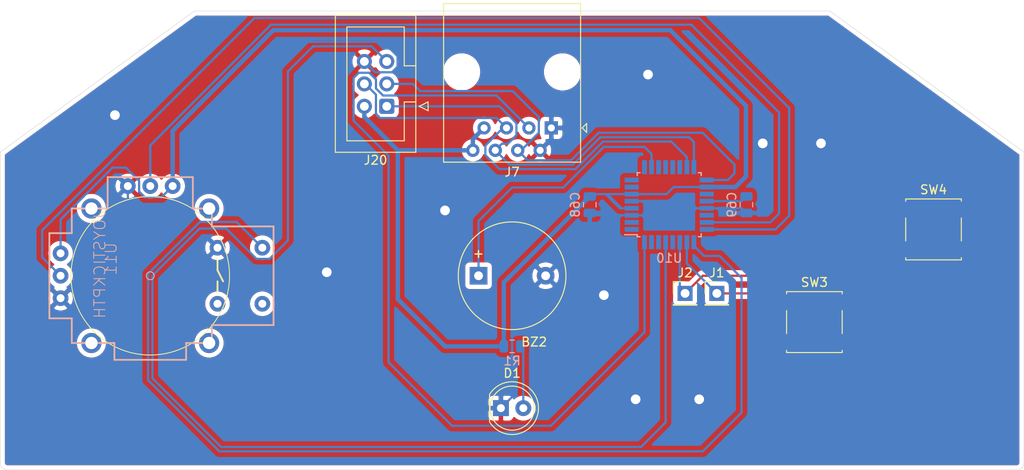
<source format=kicad_pcb>
(kicad_pcb (version 20171130) (host pcbnew "(5.1.6)-1")

  (general
    (thickness 1.6)
    (drawings 8)
    (tracks 197)
    (zones 0)
    (modules 13)
    (nets 30)
  )

  (page A4)
  (layers
    (0 F.Cu signal)
    (31 B.Cu signal)
    (32 B.Adhes user)
    (33 F.Adhes user)
    (34 B.Paste user)
    (35 F.Paste user)
    (36 B.SilkS user)
    (37 F.SilkS user)
    (38 B.Mask user)
    (39 F.Mask user)
    (40 Dwgs.User user)
    (41 Cmts.User user)
    (42 Eco1.User user)
    (43 Eco2.User user)
    (44 Edge.Cuts user)
    (45 Margin user)
    (46 B.CrtYd user)
    (47 F.CrtYd user)
    (48 B.Fab user)
    (49 F.Fab user)
  )

  (setup
    (last_trace_width 0.25)
    (user_trace_width 0.3)
    (user_trace_width 0.5)
    (trace_clearance 0.25)
    (zone_clearance 0.508)
    (zone_45_only no)
    (trace_min 0.25)
    (via_size 2)
    (via_drill 1.1)
    (via_min_size 0.4)
    (via_min_drill 0.3)
    (uvia_size 0.3)
    (uvia_drill 0.1)
    (uvias_allowed no)
    (uvia_min_size 0.2)
    (uvia_min_drill 0.1)
    (edge_width 0.05)
    (segment_width 0.2)
    (pcb_text_width 0.3)
    (pcb_text_size 1.5 1.5)
    (mod_edge_width 0.12)
    (mod_text_size 1 1)
    (mod_text_width 0.15)
    (pad_size 2.286 2.286)
    (pad_drill 1.4)
    (pad_to_mask_clearance 0.05)
    (aux_axis_origin 0 0)
    (visible_elements 7FFFFFFF)
    (pcbplotparams
      (layerselection 0x01000_ffffffff)
      (usegerberextensions false)
      (usegerberattributes true)
      (usegerberadvancedattributes true)
      (creategerberjobfile true)
      (excludeedgelayer true)
      (linewidth 0.100000)
      (plotframeref false)
      (viasonmask false)
      (mode 1)
      (useauxorigin false)
      (hpglpennumber 1)
      (hpglpenspeed 20)
      (hpglpendiameter 15.000000)
      (psnegative false)
      (psa4output false)
      (plotreference true)
      (plotvalue true)
      (plotinvisibletext false)
      (padsonsilk false)
      (subtractmaskfromsilk false)
      (outputformat 1)
      (mirror false)
      (drillshape 0)
      (scaleselection 1)
      (outputdirectory "Gerber/"))
  )

  (net 0 "")
  (net 1 GND)
  (net 2 "Net-(BZ2-Pad1)")
  (net 3 +3V3)
  (net 4 "Net-(C69-Pad1)")
  (net 5 "Net-(D1-Pad2)")
  (net 6 /CTRL_MISO)
  (net 7 /CTRL_MOSI)
  (net 8 /CTRL_SCK)
  (net 9 /CTRL_CS)
  (net 10 /~RESET~)
  (net 11 /PD1)
  (net 12 /PD0)
  (net 13 /PC5)
  (net 14 "Net-(U10-Pad25)")
  (net 15 "Net-(U10-Pad24)")
  (net 16 "Net-(U10-Pad23)")
  (net 17 "Net-(U10-Pad22)")
  (net 18 "Net-(U10-Pad19)")
  (net 19 /PB2)
  (net 20 /PB1)
  (net 21 /PB0)
  (net 22 /PD7)
  (net 23 /PD5)
  (net 24 /PB7)
  (net 25 /PB6)
  (net 26 /PD4)
  (net 27 /PD3)
  (net 28 "Net-(J1-Pad1)")
  (net 29 "Net-(J2-Pad1)")

  (net_class Default "This is the default net class."
    (clearance 0.25)
    (trace_width 0.25)
    (via_dia 2)
    (via_drill 1.1)
    (uvia_dia 0.3)
    (uvia_drill 0.1)
    (add_net +3V3)
    (add_net /CTRL_CS)
    (add_net /CTRL_MISO)
    (add_net /CTRL_MOSI)
    (add_net /CTRL_SCK)
    (add_net /PB0)
    (add_net /PB1)
    (add_net /PB2)
    (add_net /PB6)
    (add_net /PB7)
    (add_net /PC5)
    (add_net /PD0)
    (add_net /PD1)
    (add_net /PD3)
    (add_net /PD4)
    (add_net /PD5)
    (add_net /PD7)
    (add_net /~RESET~)
    (add_net GND)
    (add_net "Net-(BZ2-Pad1)")
    (add_net "Net-(C69-Pad1)")
    (add_net "Net-(D1-Pad2)")
    (add_net "Net-(J1-Pad1)")
    (add_net "Net-(J2-Pad1)")
    (add_net "Net-(U10-Pad19)")
    (add_net "Net-(U10-Pad22)")
    (add_net "Net-(U10-Pad23)")
    (add_net "Net-(U10-Pad24)")
    (add_net "Net-(U10-Pad25)")
  )

  (module Button_Switch_SMD:SW_SPST_B3S-1000 (layer F.Cu) (tedit 5A02FC95) (tstamp 5F983EAE)
    (at 113.75 44.75)
    (descr "Surface Mount Tactile Switch for High-Density Packaging")
    (tags "Tactile Switch")
    (path /5F6F3AC5)
    (attr smd)
    (fp_text reference SW4 (at 0 -4.5) (layer F.SilkS)
      (effects (font (size 1 1) (thickness 0.15)))
    )
    (fp_text value SW_SPST (at 0 4.5) (layer F.Fab)
      (effects (font (size 1 1) (thickness 0.15)))
    )
    (fp_line (start -3 3.3) (end -3 -3.3) (layer F.Fab) (width 0.1))
    (fp_line (start 3 3.3) (end -3 3.3) (layer F.Fab) (width 0.1))
    (fp_line (start 3 -3.3) (end 3 3.3) (layer F.Fab) (width 0.1))
    (fp_line (start -3 -3.3) (end 3 -3.3) (layer F.Fab) (width 0.1))
    (fp_circle (center 0 0) (end 1.65 0) (layer F.Fab) (width 0.1))
    (fp_line (start 3.15 -1.3) (end 3.15 1.3) (layer F.SilkS) (width 0.12))
    (fp_line (start -3.15 3.45) (end -3.15 3.2) (layer F.SilkS) (width 0.12))
    (fp_line (start 3.15 3.45) (end -3.15 3.45) (layer F.SilkS) (width 0.12))
    (fp_line (start 3.15 3.2) (end 3.15 3.45) (layer F.SilkS) (width 0.12))
    (fp_line (start -3.15 1.3) (end -3.15 -1.3) (layer F.SilkS) (width 0.12))
    (fp_line (start 3.15 -3.45) (end 3.15 -3.2) (layer F.SilkS) (width 0.12))
    (fp_line (start -3.15 -3.45) (end 3.15 -3.45) (layer F.SilkS) (width 0.12))
    (fp_line (start -3.15 -3.2) (end -3.15 -3.45) (layer F.SilkS) (width 0.12))
    (fp_line (start -5 -3.7) (end -5 3.7) (layer F.CrtYd) (width 0.05))
    (fp_line (start 5 -3.7) (end -5 -3.7) (layer F.CrtYd) (width 0.05))
    (fp_line (start 5 3.7) (end 5 -3.7) (layer F.CrtYd) (width 0.05))
    (fp_line (start -5 3.7) (end 5 3.7) (layer F.CrtYd) (width 0.05))
    (fp_text user %R (at 0 -4.5) (layer F.Fab)
      (effects (font (size 1 1) (thickness 0.15)))
    )
    (pad 2 smd rect (at 3.975 2.25) (size 1.55 1.3) (layers F.Cu F.Paste F.Mask)
      (net 1 GND))
    (pad 2 smd rect (at -3.975 2.25) (size 1.55 1.3) (layers F.Cu F.Paste F.Mask)
      (net 1 GND))
    (pad 1 smd rect (at 3.975 -2.25) (size 1.55 1.3) (layers F.Cu F.Paste F.Mask)
      (net 29 "Net-(J2-Pad1)"))
    (pad 1 smd rect (at -3.975 -2.25) (size 1.55 1.3) (layers F.Cu F.Paste F.Mask)
      (net 29 "Net-(J2-Pad1)"))
    (model ${KISYS3DMOD}/Button_Switch_SMD.3dshapes/SW_SPST_B3S-1000.wrl
      (at (xyz 0 0 0))
      (scale (xyz 1 1 1))
      (rotate (xyz 0 0 0))
    )
  )

  (module Button_Switch_SMD:SW_SPST_B3S-1000 (layer F.Cu) (tedit 5A02FC95) (tstamp 5F983D94)
    (at 100.25 55.25)
    (descr "Surface Mount Tactile Switch for High-Density Packaging")
    (tags "Tactile Switch")
    (path /5F6F339E)
    (attr smd)
    (fp_text reference SW3 (at 0 -4.5) (layer F.SilkS)
      (effects (font (size 1 1) (thickness 0.15)))
    )
    (fp_text value SW_SPST (at 0 4.5) (layer F.Fab)
      (effects (font (size 1 1) (thickness 0.15)))
    )
    (fp_line (start -5 3.7) (end 5 3.7) (layer F.CrtYd) (width 0.05))
    (fp_line (start 5 3.7) (end 5 -3.7) (layer F.CrtYd) (width 0.05))
    (fp_line (start 5 -3.7) (end -5 -3.7) (layer F.CrtYd) (width 0.05))
    (fp_line (start -5 -3.7) (end -5 3.7) (layer F.CrtYd) (width 0.05))
    (fp_line (start -3.15 -3.2) (end -3.15 -3.45) (layer F.SilkS) (width 0.12))
    (fp_line (start -3.15 -3.45) (end 3.15 -3.45) (layer F.SilkS) (width 0.12))
    (fp_line (start 3.15 -3.45) (end 3.15 -3.2) (layer F.SilkS) (width 0.12))
    (fp_line (start -3.15 1.3) (end -3.15 -1.3) (layer F.SilkS) (width 0.12))
    (fp_line (start 3.15 3.2) (end 3.15 3.45) (layer F.SilkS) (width 0.12))
    (fp_line (start 3.15 3.45) (end -3.15 3.45) (layer F.SilkS) (width 0.12))
    (fp_line (start -3.15 3.45) (end -3.15 3.2) (layer F.SilkS) (width 0.12))
    (fp_line (start 3.15 -1.3) (end 3.15 1.3) (layer F.SilkS) (width 0.12))
    (fp_circle (center 0 0) (end 1.65 0) (layer F.Fab) (width 0.1))
    (fp_line (start -3 -3.3) (end 3 -3.3) (layer F.Fab) (width 0.1))
    (fp_line (start 3 -3.3) (end 3 3.3) (layer F.Fab) (width 0.1))
    (fp_line (start 3 3.3) (end -3 3.3) (layer F.Fab) (width 0.1))
    (fp_line (start -3 3.3) (end -3 -3.3) (layer F.Fab) (width 0.1))
    (fp_text user %R (at 0 -4.5) (layer F.Fab)
      (effects (font (size 1 1) (thickness 0.15)))
    )
    (pad 2 smd rect (at 3.975 2.25) (size 1.55 1.3) (layers F.Cu F.Paste F.Mask)
      (net 1 GND))
    (pad 2 smd rect (at -3.975 2.25) (size 1.55 1.3) (layers F.Cu F.Paste F.Mask)
      (net 1 GND))
    (pad 1 smd rect (at 3.975 -2.25) (size 1.55 1.3) (layers F.Cu F.Paste F.Mask)
      (net 28 "Net-(J1-Pad1)"))
    (pad 1 smd rect (at -3.975 -2.25) (size 1.55 1.3) (layers F.Cu F.Paste F.Mask)
      (net 28 "Net-(J1-Pad1)"))
    (model ${KISYS3DMOD}/Button_Switch_SMD.3dshapes/SW_SPST_B3S-1000.wrl
      (at (xyz 0 0 0))
      (scale (xyz 1 1 1))
      (rotate (xyz 0 0 0))
    )
  )

  (module Connector_PinHeader_2.54mm:PinHeader_1x01_P2.54mm_Vertical (layer F.Cu) (tedit 59FED5CC) (tstamp 5F982642)
    (at 85.6 52)
    (descr "Through hole straight pin header, 1x01, 2.54mm pitch, single row")
    (tags "Through hole pin header THT 1x01 2.54mm single row")
    (path /5F9870B6)
    (fp_text reference J2 (at 0 -2.33) (layer F.SilkS)
      (effects (font (size 1 1) (thickness 0.15)))
    )
    (fp_text value Conn_01x01_Female (at 4.4 16.8) (layer F.Fab)
      (effects (font (size 1 1) (thickness 0.15)))
    )
    (fp_line (start -0.635 -1.27) (end 1.27 -1.27) (layer F.Fab) (width 0.1))
    (fp_line (start 1.27 -1.27) (end 1.27 1.27) (layer F.Fab) (width 0.1))
    (fp_line (start 1.27 1.27) (end -1.27 1.27) (layer F.Fab) (width 0.1))
    (fp_line (start -1.27 1.27) (end -1.27 -0.635) (layer F.Fab) (width 0.1))
    (fp_line (start -1.27 -0.635) (end -0.635 -1.27) (layer F.Fab) (width 0.1))
    (fp_line (start -1.33 1.33) (end 1.33 1.33) (layer F.SilkS) (width 0.12))
    (fp_line (start -1.33 1.27) (end -1.33 1.33) (layer F.SilkS) (width 0.12))
    (fp_line (start 1.33 1.27) (end 1.33 1.33) (layer F.SilkS) (width 0.12))
    (fp_line (start -1.33 1.27) (end 1.33 1.27) (layer F.SilkS) (width 0.12))
    (fp_line (start -1.33 0) (end -1.33 -1.33) (layer F.SilkS) (width 0.12))
    (fp_line (start -1.33 -1.33) (end 0 -1.33) (layer F.SilkS) (width 0.12))
    (fp_line (start -1.8 -1.8) (end -1.8 1.8) (layer F.CrtYd) (width 0.05))
    (fp_line (start -1.8 1.8) (end 1.8 1.8) (layer F.CrtYd) (width 0.05))
    (fp_line (start 1.8 1.8) (end 1.8 -1.8) (layer F.CrtYd) (width 0.05))
    (fp_line (start 1.8 -1.8) (end -1.8 -1.8) (layer F.CrtYd) (width 0.05))
    (fp_text user %R (at 0 0 90) (layer F.Fab)
      (effects (font (size 1 1) (thickness 0.15)))
    )
    (pad 1 thru_hole rect (at 0 0) (size 1.7 1.7) (drill 1) (layers *.Cu *.Mask)
      (net 29 "Net-(J2-Pad1)"))
    (model ${KISYS3DMOD}/Connector_PinHeader_2.54mm.3dshapes/PinHeader_1x01_P2.54mm_Vertical.wrl
      (at (xyz 0 0 0))
      (scale (xyz 1 1 1))
      (rotate (xyz 0 0 0))
    )
  )

  (module Connector_PinHeader_2.54mm:PinHeader_1x01_P2.54mm_Vertical (layer F.Cu) (tedit 59FED5CC) (tstamp 5F98262D)
    (at 89.2 52)
    (descr "Through hole straight pin header, 1x01, 2.54mm pitch, single row")
    (tags "Through hole pin header THT 1x01 2.54mm single row")
    (path /5F987BD7)
    (fp_text reference J1 (at 0 -2.33) (layer F.SilkS)
      (effects (font (size 1 1) (thickness 0.15)))
    )
    (fp_text value Conn_01x01_Female (at 2.2 15.2) (layer F.Fab)
      (effects (font (size 1 1) (thickness 0.15)))
    )
    (fp_line (start -0.635 -1.27) (end 1.27 -1.27) (layer F.Fab) (width 0.1))
    (fp_line (start 1.27 -1.27) (end 1.27 1.27) (layer F.Fab) (width 0.1))
    (fp_line (start 1.27 1.27) (end -1.27 1.27) (layer F.Fab) (width 0.1))
    (fp_line (start -1.27 1.27) (end -1.27 -0.635) (layer F.Fab) (width 0.1))
    (fp_line (start -1.27 -0.635) (end -0.635 -1.27) (layer F.Fab) (width 0.1))
    (fp_line (start -1.33 1.33) (end 1.33 1.33) (layer F.SilkS) (width 0.12))
    (fp_line (start -1.33 1.27) (end -1.33 1.33) (layer F.SilkS) (width 0.12))
    (fp_line (start 1.33 1.27) (end 1.33 1.33) (layer F.SilkS) (width 0.12))
    (fp_line (start -1.33 1.27) (end 1.33 1.27) (layer F.SilkS) (width 0.12))
    (fp_line (start -1.33 0) (end -1.33 -1.33) (layer F.SilkS) (width 0.12))
    (fp_line (start -1.33 -1.33) (end 0 -1.33) (layer F.SilkS) (width 0.12))
    (fp_line (start -1.8 -1.8) (end -1.8 1.8) (layer F.CrtYd) (width 0.05))
    (fp_line (start -1.8 1.8) (end 1.8 1.8) (layer F.CrtYd) (width 0.05))
    (fp_line (start 1.8 1.8) (end 1.8 -1.8) (layer F.CrtYd) (width 0.05))
    (fp_line (start 1.8 -1.8) (end -1.8 -1.8) (layer F.CrtYd) (width 0.05))
    (fp_text user %R (at 0 0 90) (layer F.Fab)
      (effects (font (size 1 1) (thickness 0.15)))
    )
    (pad 1 thru_hole rect (at 0 0) (size 1.7 1.7) (drill 1) (layers *.Cu *.Mask)
      (net 28 "Net-(J1-Pad1)"))
    (model ${KISYS3DMOD}/Connector_PinHeader_2.54mm.3dshapes/PinHeader_1x01_P2.54mm_Vertical.wrl
      (at (xyz 0 0 0))
      (scale (xyz 1 1 1))
      (rotate (xyz 0 0 0))
    )
  )

  (module SparkFun-Electromechanical:JOYSTICK (layer F.Cu) (tedit 5F99789D) (tstamp 5F864838)
    (at 25 50 270)
    (path /5F6CB746)
    (attr virtual)
    (fp_text reference U11 (at -1.905 4.445 90) (layer B.SilkS)
      (effects (font (size 1.27 1.27) (thickness 0.1016)) (justify mirror))
    )
    (fp_text value JOYSTICKPTH (at -1.27 5.715 90) (layer B.SilkS)
      (effects (font (size 1.27 1.27) (thickness 0.1016)) (justify mirror))
    )
    (fp_circle (center 0 0) (end -6.35 6.35) (layer F.SilkS) (width 0.1016))
    (fp_circle (center 0 0) (end -0.3175 0.3175) (layer B.SilkS) (width 0.1016))
    (fp_line (start 0.635 -7.62) (end 1.905 -7.62) (layer F.SilkS) (width 0.2032))
    (fp_line (start -0.635 -7.62) (end 0.635 -8.255) (layer F.SilkS) (width 0.2032))
    (fp_line (start -1.905 -7.62) (end -0.635 -7.62) (layer F.SilkS) (width 0.2032))
    (fp_line (start -7.62 4.826) (end -7.62 8.89) (layer B.SilkS) (width 0.2032))
    (fp_line (start -7.62 -4.826) (end -7.62 -6.985) (layer B.SilkS) (width 0.2032))
    (fp_line (start -11.176 -4.826) (end -11.176 4.826) (layer B.SilkS) (width 0.2032))
    (fp_line (start -7.62 4.826) (end -11.176 4.826) (layer B.SilkS) (width 0.2032))
    (fp_line (start -7.62 -4.826) (end -11.176 -4.826) (layer B.SilkS) (width 0.2032))
    (fp_line (start -5.588 -13.97) (end -5.588 -6.985) (layer B.SilkS) (width 0.2032))
    (fp_line (start 5.588 -13.97) (end 5.588 -6.985) (layer B.SilkS) (width 0.2032))
    (fp_line (start -5.588 -6.985) (end -7.62 -6.985) (layer B.SilkS) (width 0.2032))
    (fp_line (start 7.62 -6.985) (end 5.588 -6.985) (layer B.SilkS) (width 0.2032))
    (fp_line (start 7.62 4.064) (end 9.525 4.064) (layer B.SilkS) (width 0.2032))
    (fp_line (start 7.62 -4.064) (end 9.525 -4.064) (layer B.SilkS) (width 0.2032))
    (fp_line (start 7.62 4.064) (end 7.62 8.89) (layer B.SilkS) (width 0.2032))
    (fp_line (start 7.62 -4.064) (end 7.62 -6.985) (layer B.SilkS) (width 0.2032))
    (fp_line (start 9.525 -4.064) (end 9.525 4.064) (layer B.SilkS) (width 0.2032))
    (fp_line (start -4.826 8.89) (end -7.62 8.89) (layer B.SilkS) (width 0.2032))
    (fp_line (start 4.826 8.89) (end 7.62 8.89) (layer B.SilkS) (width 0.2032))
    (fp_line (start -4.826 11.43) (end -4.826 8.89) (layer B.SilkS) (width 0.2032))
    (fp_line (start 4.826 11.43) (end 4.826 8.89) (layer B.SilkS) (width 0.2032))
    (fp_line (start 4.826 11.43) (end -4.826 11.43) (layer B.SilkS) (width 0.2032))
    (fp_line (start 5.588 -13.97) (end -5.588 -13.97) (layer B.SilkS) (width 0.2032))
    (pad V3 thru_hole circle (at -10.16 2.54 270) (size 1.778 1.778) (drill 0.9) (layers *.Cu *.Mask)
      (net 1 GND))
    (pad V2 thru_hole circle (at -10.16 0 270) (size 1.778 1.778) (drill 0.9) (layers *.Cu *.Mask)
      (net 16 "Net-(U10-Pad23)"))
    (pad V1 thru_hole circle (at -10.16 -2.54 270) (size 1.778 1.778) (drill 0.9) (layers *.Cu *.Mask)
      (net 3 +3V3))
    (pad MOUN thru_hole circle (at 7.62 -6.6675 270) (size 2.286 2.286) (drill 1.4) (layers *.Cu *.Mask))
    (pad MOUN thru_hole circle (at 7.62 6.6675 270) (size 2.286 2.286) (drill 1.4) (layers *.Cu *.Mask))
    (pad MOUN thru_hole circle (at -7.62 6.6675 270) (size 2.286 2.286) (drill 1.4) (layers *.Cu *.Mask))
    (pad MOUN thru_hole circle (at -7.62 -6.6675 270) (size 2.286 2.286) (drill 1.4) (layers *.Cu *.Mask))
    (pad H3 thru_hole circle (at 2.54 10.16 270) (size 1.778 1.778) (drill 0.9) (layers *.Cu *.Mask)
      (net 1 GND))
    (pad H2 thru_hole circle (at 0 10.16 270) (size 1.778 1.778) (drill 0.9) (layers *.Cu *.Mask)
      (net 15 "Net-(U10-Pad24)"))
    (pad H1 thru_hole circle (at -2.54 10.16 270) (size 1.778 1.778) (drill 0.9) (layers *.Cu *.Mask)
      (net 3 +3V3))
    (pad B2B thru_hole circle (at 3.175 -7.62 270) (size 1.778 1.778) (drill 0.9) (layers *.Cu *.Mask))
    (pad B2A thru_hole circle (at -3.175 -7.62 270) (size 1.778 1.778) (drill 0.9) (layers *.Cu *.Mask)
      (net 1 GND))
    (pad B1B thru_hole circle (at 3.175 -12.7 270) (size 1.778 1.778) (drill 0.9) (layers *.Cu *.Mask))
    (pad B1A thru_hole circle (at -3.175 -12.7 270) (size 1.778 1.778) (drill 0.9) (layers *.Cu *.Mask)
      (net 14 "Net-(U10-Pad25)"))
  )

  (module Connector_RJ:RJ45_Amphenol_54602-x08_Horizontal (layer F.Cu) (tedit 5F99781E) (tstamp 5F85DDB4)
    (at 70.445 33.25 180)
    (descr "8 Pol Shallow Latch Connector, Modjack, RJ45 (https://cdn.amphenol-icc.com/media/wysiwyg/files/drawing/c-bmj-0102.pdf)")
    (tags RJ45)
    (path /5F6D43C1)
    (fp_text reference J7 (at 4.445 -5) (layer F.SilkS)
      (effects (font (size 1 1) (thickness 0.15)))
    )
    (fp_text value RJ45 (at 4.445 4) (layer F.Fab)
      (effects (font (size 1 1) (thickness 0.15)))
    )
    (fp_line (start -4 0.5) (end -3.5 0) (layer F.SilkS) (width 0.12))
    (fp_line (start -4 -0.5) (end -4 0.5) (layer F.SilkS) (width 0.12))
    (fp_line (start -3.5 0) (end -4 -0.5) (layer F.SilkS) (width 0.12))
    (fp_line (start -3.205 13.97) (end -3.205 -2.77) (layer F.Fab) (width 0.12))
    (fp_line (start 12.095 13.97) (end -3.205 13.97) (layer F.Fab) (width 0.12))
    (fp_line (start 12.095 -3.77) (end 12.095 13.97) (layer F.Fab) (width 0.12))
    (fp_line (start -2.205 -3.77) (end 12.095 -3.77) (layer F.Fab) (width 0.12))
    (fp_line (start -3.205 -2.77) (end -2.205 -3.77) (layer F.Fab) (width 0.12))
    (fp_line (start -3.315 14.08) (end 12.205 14.08) (layer F.SilkS) (width 0.12))
    (fp_line (start 12.205 -3.88) (end 12.205 14.08) (layer F.SilkS) (width 0.12))
    (fp_line (start 12.205 -3.88) (end -3.315 -3.88) (layer F.SilkS) (width 0.12))
    (fp_line (start -3.315 -3.88) (end -3.315 14.08) (layer F.SilkS) (width 0.12))
    (fp_line (start -3.71 -4.27) (end 12.6 -4.27) (layer F.CrtYd) (width 0.05))
    (fp_line (start -3.71 -4.27) (end -3.71 14.47) (layer F.CrtYd) (width 0.05))
    (fp_line (start 12.6 14.47) (end 12.6 -4.27) (layer F.CrtYd) (width 0.05))
    (fp_line (start 12.6 14.47) (end -3.71 14.47) (layer F.CrtYd) (width 0.05))
    (fp_text user %R (at 4.445 2) (layer F.Fab)
      (effects (font (size 1 1) (thickness 0.15)))
    )
    (pad 8 thru_hole circle (at 8.89 -2.54 180) (size 1.5 1.5) (drill 0.8) (layers *.Cu *.Mask)
      (net 3 +3V3))
    (pad 7 thru_hole circle (at 7.62 0 180) (size 1.5 1.5) (drill 0.8) (layers *.Cu *.Mask)
      (net 3 +3V3))
    (pad 6 thru_hole circle (at 6.35 -2.54 180) (size 1.5 1.5) (drill 0.8) (layers *.Cu *.Mask)
      (net 6 /CTRL_MISO))
    (pad 5 thru_hole circle (at 5.08 0 180) (size 1.5 1.5) (drill 0.8) (layers *.Cu *.Mask)
      (net 7 /CTRL_MOSI))
    (pad 4 thru_hole circle (at 3.81 -2.54 180) (size 1.5 1.5) (drill 0.8) (layers *.Cu *.Mask)
      (net 8 /CTRL_SCK))
    (pad 3 thru_hole circle (at 2.54 0 180) (size 1.5 1.5) (drill 0.8) (layers *.Cu *.Mask)
      (net 9 /CTRL_CS))
    (pad 2 thru_hole circle (at 1.27 -2.54 180) (size 1.5 1.5) (drill 0.8) (layers *.Cu *.Mask)
      (net 1 GND))
    (pad 1 thru_hole rect (at 0 0 180) (size 1.5 1.5) (drill 0.8) (layers *.Cu *.Mask)
      (net 1 GND))
    (pad "" np_thru_hole circle (at -1.27 6.35 180) (size 3.2 3.2) (drill 3.2) (layers *.Cu *.Mask))
    (pad "" np_thru_hole circle (at 10.16 6.35 180) (size 3.2 3.2) (drill 3.2) (layers *.Cu *.Mask))
    (model ${KISYS3DMOD}/Connector_RJ.3dshapes/RJ45_Amphenol_54602-x08_Horizontal.wrl
      (at (xyz 0 0 0))
      (scale (xyz 1 1 1))
      (rotate (xyz 0 0 0))
    )
  )

  (module Buzzer_Beeper:Buzzer_12x9.5RM7.6 (layer F.Cu) (tedit 5A030281) (tstamp 5F866E9D)
    (at 62.2 50)
    (descr "Generic Buzzer, D12mm height 9.5mm with RM7.6mm")
    (tags buzzer)
    (path /5FBB50A2)
    (fp_text reference BZ2 (at 6.3 7.5) (layer F.SilkS)
      (effects (font (size 1 1) (thickness 0.15)))
    )
    (fp_text value Buzzer (at -0.2 7.4) (layer F.Fab)
      (effects (font (size 1 1) (thickness 0.15)))
    )
    (fp_circle (center 3.8 0) (end 10.05 0) (layer F.CrtYd) (width 0.05))
    (fp_circle (center 3.8 0) (end 9.8 0) (layer F.Fab) (width 0.1))
    (fp_circle (center 3.8 0) (end 4.8 0) (layer F.Fab) (width 0.1))
    (fp_circle (center 3.8 0) (end 9.9 0) (layer F.SilkS) (width 0.12))
    (fp_text user %R (at 3.8 -4) (layer F.Fab)
      (effects (font (size 1 1) (thickness 0.15)))
    )
    (fp_text user + (at -0.01 -2.54) (layer F.SilkS)
      (effects (font (size 1 1) (thickness 0.15)))
    )
    (fp_text user + (at -0.01 -2.54) (layer F.Fab)
      (effects (font (size 1 1) (thickness 0.15)))
    )
    (pad 2 thru_hole circle (at 7.6 0) (size 2 2) (drill 1) (layers *.Cu *.Mask)
      (net 1 GND))
    (pad 1 thru_hole rect (at 0 0) (size 2 2) (drill 1) (layers *.Cu *.Mask)
      (net 2 "Net-(BZ2-Pad1)"))
    (model ${KISYS3DMOD}/Buzzer_Beeper.3dshapes/Buzzer_12x9.5RM7.6.wrl
      (at (xyz 0 0 0))
      (scale (xyz 1 1 1))
      (rotate (xyz 0 0 0))
    )
  )

  (module LED_THT:LED_D5.0mm (layer F.Cu) (tedit 5995936A) (tstamp 5F86750A)
    (at 64.73 65)
    (descr "LED, diameter 5.0mm, 2 pins, http://cdn-reichelt.de/documents/datenblatt/A500/LL-504BC2E-009.pdf")
    (tags "LED diameter 5.0mm 2 pins")
    (path /5F8A0647)
    (fp_text reference D1 (at 1.27 -3.96) (layer F.SilkS)
      (effects (font (size 1 1) (thickness 0.15)))
    )
    (fp_text value LED (at 1.27 3.96) (layer F.Fab)
      (effects (font (size 1 1) (thickness 0.15)))
    )
    (fp_circle (center 1.27 0) (end 3.77 0) (layer F.Fab) (width 0.1))
    (fp_circle (center 1.27 0) (end 3.77 0) (layer F.SilkS) (width 0.12))
    (fp_line (start -1.23 -1.469694) (end -1.23 1.469694) (layer F.Fab) (width 0.1))
    (fp_line (start -1.29 -1.545) (end -1.29 1.545) (layer F.SilkS) (width 0.12))
    (fp_line (start -1.95 -3.25) (end -1.95 3.25) (layer F.CrtYd) (width 0.05))
    (fp_line (start -1.95 3.25) (end 4.5 3.25) (layer F.CrtYd) (width 0.05))
    (fp_line (start 4.5 3.25) (end 4.5 -3.25) (layer F.CrtYd) (width 0.05))
    (fp_line (start 4.5 -3.25) (end -1.95 -3.25) (layer F.CrtYd) (width 0.05))
    (fp_text user %R (at 1.25 0) (layer F.Fab)
      (effects (font (size 0.8 0.8) (thickness 0.2)))
    )
    (fp_arc (start 1.27 0) (end -1.29 1.54483) (angle -148.9) (layer F.SilkS) (width 0.12))
    (fp_arc (start 1.27 0) (end -1.29 -1.54483) (angle 148.9) (layer F.SilkS) (width 0.12))
    (fp_arc (start 1.27 0) (end -1.23 -1.469694) (angle 299.1) (layer F.Fab) (width 0.1))
    (pad 2 thru_hole circle (at 2.54 0) (size 1.8 1.8) (drill 0.9) (layers *.Cu *.Mask)
      (net 5 "Net-(D1-Pad2)"))
    (pad 1 thru_hole rect (at 0 0) (size 1.8 1.8) (drill 0.9) (layers *.Cu *.Mask)
      (net 1 GND))
    (model ${KISYS3DMOD}/LED_THT.3dshapes/LED_D5.0mm.wrl
      (at (xyz 0 0 0))
      (scale (xyz 1 1 1))
      (rotate (xyz 0 0 0))
    )
  )

  (module Package_QFP:TQFP-32_7x7mm_P0.8mm (layer B.Cu) (tedit 5A02F146) (tstamp 5F86C251)
    (at 83.8 41.95)
    (descr "32-Lead Plastic Thin Quad Flatpack (PT) - 7x7x1.0 mm Body, 2.00 mm [TQFP] (see Microchip Packaging Specification 00000049BS.pdf)")
    (tags "QFP 0.8")
    (path /5F71B08F)
    (attr smd)
    (fp_text reference U10 (at 0 6.05) (layer B.SilkS)
      (effects (font (size 1 1) (thickness 0.15)) (justify mirror))
    )
    (fp_text value ATmega168-20AU (at 0 -6.05) (layer B.Fab)
      (effects (font (size 1 1) (thickness 0.15)) (justify mirror))
    )
    (fp_line (start -2.5 3.5) (end 3.5 3.5) (layer B.Fab) (width 0.15))
    (fp_line (start 3.5 3.5) (end 3.5 -3.5) (layer B.Fab) (width 0.15))
    (fp_line (start 3.5 -3.5) (end -3.5 -3.5) (layer B.Fab) (width 0.15))
    (fp_line (start -3.5 -3.5) (end -3.5 2.5) (layer B.Fab) (width 0.15))
    (fp_line (start -3.5 2.5) (end -2.5 3.5) (layer B.Fab) (width 0.15))
    (fp_line (start -5.3 5.3) (end -5.3 -5.3) (layer B.CrtYd) (width 0.05))
    (fp_line (start 5.3 5.3) (end 5.3 -5.3) (layer B.CrtYd) (width 0.05))
    (fp_line (start -5.3 5.3) (end 5.3 5.3) (layer B.CrtYd) (width 0.05))
    (fp_line (start -5.3 -5.3) (end 5.3 -5.3) (layer B.CrtYd) (width 0.05))
    (fp_line (start -3.625 3.625) (end -3.625 3.4) (layer B.SilkS) (width 0.15))
    (fp_line (start 3.625 3.625) (end 3.625 3.3) (layer B.SilkS) (width 0.15))
    (fp_line (start 3.625 -3.625) (end 3.625 -3.3) (layer B.SilkS) (width 0.15))
    (fp_line (start -3.625 -3.625) (end -3.625 -3.3) (layer B.SilkS) (width 0.15))
    (fp_line (start -3.625 3.625) (end -3.3 3.625) (layer B.SilkS) (width 0.15))
    (fp_line (start -3.625 -3.625) (end -3.3 -3.625) (layer B.SilkS) (width 0.15))
    (fp_line (start 3.625 -3.625) (end 3.3 -3.625) (layer B.SilkS) (width 0.15))
    (fp_line (start 3.625 3.625) (end 3.3 3.625) (layer B.SilkS) (width 0.15))
    (fp_line (start -3.625 3.4) (end -5.05 3.4) (layer B.SilkS) (width 0.15))
    (fp_text user %R (at 0 0) (layer B.Fab)
      (effects (font (size 1 1) (thickness 0.15)) (justify mirror))
    )
    (pad 32 smd rect (at -2.8 4.25 270) (size 1.6 0.55) (layers B.Cu B.Paste B.Mask)
      (net 9 /CTRL_CS))
    (pad 31 smd rect (at -2 4.25 270) (size 1.6 0.55) (layers B.Cu B.Paste B.Mask)
      (net 11 /PD1))
    (pad 30 smd rect (at -1.2 4.25 270) (size 1.6 0.55) (layers B.Cu B.Paste B.Mask)
      (net 12 /PD0))
    (pad 29 smd rect (at -0.4 4.25 270) (size 1.6 0.55) (layers B.Cu B.Paste B.Mask)
      (net 10 /~RESET~))
    (pad 28 smd rect (at 0.4 4.25 270) (size 1.6 0.55) (layers B.Cu B.Paste B.Mask)
      (net 13 /PC5))
    (pad 27 smd rect (at 1.2 4.25 270) (size 1.6 0.55) (layers B.Cu B.Paste B.Mask)
      (net 29 "Net-(J2-Pad1)"))
    (pad 26 smd rect (at 2 4.25 270) (size 1.6 0.55) (layers B.Cu B.Paste B.Mask)
      (net 28 "Net-(J1-Pad1)"))
    (pad 25 smd rect (at 2.8 4.25 270) (size 1.6 0.55) (layers B.Cu B.Paste B.Mask)
      (net 14 "Net-(U10-Pad25)"))
    (pad 24 smd rect (at 4.25 2.8) (size 1.6 0.55) (layers B.Cu B.Paste B.Mask)
      (net 15 "Net-(U10-Pad24)"))
    (pad 23 smd rect (at 4.25 2) (size 1.6 0.55) (layers B.Cu B.Paste B.Mask)
      (net 16 "Net-(U10-Pad23)"))
    (pad 22 smd rect (at 4.25 1.2) (size 1.6 0.55) (layers B.Cu B.Paste B.Mask)
      (net 17 "Net-(U10-Pad22)"))
    (pad 21 smd rect (at 4.25 0.4) (size 1.6 0.55) (layers B.Cu B.Paste B.Mask)
      (net 1 GND))
    (pad 20 smd rect (at 4.25 -0.4) (size 1.6 0.55) (layers B.Cu B.Paste B.Mask)
      (net 4 "Net-(C69-Pad1)"))
    (pad 19 smd rect (at 4.25 -1.2) (size 1.6 0.55) (layers B.Cu B.Paste B.Mask)
      (net 18 "Net-(U10-Pad19)"))
    (pad 18 smd rect (at 4.25 -2) (size 1.6 0.55) (layers B.Cu B.Paste B.Mask)
      (net 3 +3V3))
    (pad 17 smd rect (at 4.25 -2.8) (size 1.6 0.55) (layers B.Cu B.Paste B.Mask)
      (net 8 /CTRL_SCK))
    (pad 16 smd rect (at 2.8 -4.25 270) (size 1.6 0.55) (layers B.Cu B.Paste B.Mask)
      (net 6 /CTRL_MISO))
    (pad 15 smd rect (at 2 -4.25 270) (size 1.6 0.55) (layers B.Cu B.Paste B.Mask)
      (net 7 /CTRL_MOSI))
    (pad 14 smd rect (at 1.2 -4.25 270) (size 1.6 0.55) (layers B.Cu B.Paste B.Mask)
      (net 19 /PB2))
    (pad 13 smd rect (at 0.4 -4.25 270) (size 1.6 0.55) (layers B.Cu B.Paste B.Mask)
      (net 20 /PB1))
    (pad 12 smd rect (at -0.4 -4.25 270) (size 1.6 0.55) (layers B.Cu B.Paste B.Mask)
      (net 21 /PB0))
    (pad 11 smd rect (at -1.2 -4.25 270) (size 1.6 0.55) (layers B.Cu B.Paste B.Mask)
      (net 22 /PD7))
    (pad 10 smd rect (at -2 -4.25 270) (size 1.6 0.55) (layers B.Cu B.Paste B.Mask)
      (net 2 "Net-(BZ2-Pad1)"))
    (pad 9 smd rect (at -2.8 -4.25 270) (size 1.6 0.55) (layers B.Cu B.Paste B.Mask)
      (net 23 /PD5))
    (pad 8 smd rect (at -4.25 -2.8) (size 1.6 0.55) (layers B.Cu B.Paste B.Mask)
      (net 24 /PB7))
    (pad 7 smd rect (at -4.25 -2) (size 1.6 0.55) (layers B.Cu B.Paste B.Mask)
      (net 25 /PB6))
    (pad 6 smd rect (at -4.25 -1.2) (size 1.6 0.55) (layers B.Cu B.Paste B.Mask)
      (net 3 +3V3))
    (pad 5 smd rect (at -4.25 -0.4) (size 1.6 0.55) (layers B.Cu B.Paste B.Mask)
      (net 1 GND))
    (pad 4 smd rect (at -4.25 0.4) (size 1.6 0.55) (layers B.Cu B.Paste B.Mask)
      (net 3 +3V3))
    (pad 3 smd rect (at -4.25 1.2) (size 1.6 0.55) (layers B.Cu B.Paste B.Mask)
      (net 1 GND))
    (pad 2 smd rect (at -4.25 2) (size 1.6 0.55) (layers B.Cu B.Paste B.Mask)
      (net 26 /PD4))
    (pad 1 smd rect (at -4.25 2.8) (size 1.6 0.55) (layers B.Cu B.Paste B.Mask)
      (net 27 /PD3))
    (model ${KISYS3DMOD}/Package_QFP.3dshapes/TQFP-32_7x7mm_P0.8mm.wrl
      (at (xyz 0 0 0))
      (scale (xyz 1 1 1))
      (rotate (xyz 0 0 0))
    )
  )

  (module Resistor_SMD:R_0805_2012Metric (layer B.Cu) (tedit 5B36C52B) (tstamp 5F85DDF0)
    (at 66 58)
    (descr "Resistor SMD 0805 (2012 Metric), square (rectangular) end terminal, IPC_7351 nominal, (Body size source: https://docs.google.com/spreadsheets/d/1BsfQQcO9C6DZCsRaXUlFlo91Tg2WpOkGARC1WS5S8t0/edit?usp=sharing), generated with kicad-footprint-generator")
    (tags resistor)
    (path /5F8A145C)
    (attr smd)
    (fp_text reference R1 (at 0 1.65) (layer B.SilkS)
      (effects (font (size 1 1) (thickness 0.15)) (justify mirror))
    )
    (fp_text value 220 (at 0 -1.65) (layer B.Fab)
      (effects (font (size 1 1) (thickness 0.15)) (justify mirror))
    )
    (fp_line (start -1 -0.6) (end -1 0.6) (layer B.Fab) (width 0.1))
    (fp_line (start -1 0.6) (end 1 0.6) (layer B.Fab) (width 0.1))
    (fp_line (start 1 0.6) (end 1 -0.6) (layer B.Fab) (width 0.1))
    (fp_line (start 1 -0.6) (end -1 -0.6) (layer B.Fab) (width 0.1))
    (fp_line (start -0.258578 0.71) (end 0.258578 0.71) (layer B.SilkS) (width 0.12))
    (fp_line (start -0.258578 -0.71) (end 0.258578 -0.71) (layer B.SilkS) (width 0.12))
    (fp_line (start -1.68 -0.95) (end -1.68 0.95) (layer B.CrtYd) (width 0.05))
    (fp_line (start -1.68 0.95) (end 1.68 0.95) (layer B.CrtYd) (width 0.05))
    (fp_line (start 1.68 0.95) (end 1.68 -0.95) (layer B.CrtYd) (width 0.05))
    (fp_line (start 1.68 -0.95) (end -1.68 -0.95) (layer B.CrtYd) (width 0.05))
    (fp_text user %R (at 0 0) (layer B.Fab)
      (effects (font (size 0.5 0.5) (thickness 0.08)) (justify mirror))
    )
    (pad 2 smd roundrect (at 0.9375 0) (size 0.975 1.4) (layers B.Cu B.Paste B.Mask) (roundrect_rratio 0.25)
      (net 5 "Net-(D1-Pad2)"))
    (pad 1 smd roundrect (at -0.9375 0) (size 0.975 1.4) (layers B.Cu B.Paste B.Mask) (roundrect_rratio 0.25)
      (net 3 +3V3))
    (model ${KISYS3DMOD}/Resistor_SMD.3dshapes/R_0805_2012Metric.wrl
      (at (xyz 0 0 0))
      (scale (xyz 1 1 1))
      (rotate (xyz 0 0 0))
    )
  )

  (module Connector_IDC:IDC-Header_2x03_P2.54mm_Vertical (layer F.Cu) (tedit 5EAC9A07) (tstamp 5F85DDDF)
    (at 51.8 30.8 180)
    (descr "Through hole IDC box header, 2x03, 2.54mm pitch, DIN 41651 / IEC 60603-13, double rows, https://docs.google.com/spreadsheets/d/16SsEcesNF15N3Lb4niX7dcUr-NY5_MFPQhobNuNppn4/edit#gid=0")
    (tags "Through hole vertical IDC box header THT 2x03 2.54mm double row")
    (path /5F7A001B)
    (fp_text reference J20 (at 1.27 -6.1) (layer F.SilkS)
      (effects (font (size 1 1) (thickness 0.15)))
    )
    (fp_text value AVR-ISP-6 (at 1.27 11.18) (layer F.Fab)
      (effects (font (size 1 1) (thickness 0.15)))
    )
    (fp_line (start -3.18 -4.1) (end -2.18 -5.1) (layer F.Fab) (width 0.1))
    (fp_line (start -2.18 -5.1) (end 5.72 -5.1) (layer F.Fab) (width 0.1))
    (fp_line (start 5.72 -5.1) (end 5.72 10.18) (layer F.Fab) (width 0.1))
    (fp_line (start 5.72 10.18) (end -3.18 10.18) (layer F.Fab) (width 0.1))
    (fp_line (start -3.18 10.18) (end -3.18 -4.1) (layer F.Fab) (width 0.1))
    (fp_line (start -3.18 0.49) (end -1.98 0.49) (layer F.Fab) (width 0.1))
    (fp_line (start -1.98 0.49) (end -1.98 -3.91) (layer F.Fab) (width 0.1))
    (fp_line (start -1.98 -3.91) (end 4.52 -3.91) (layer F.Fab) (width 0.1))
    (fp_line (start 4.52 -3.91) (end 4.52 8.99) (layer F.Fab) (width 0.1))
    (fp_line (start 4.52 8.99) (end -1.98 8.99) (layer F.Fab) (width 0.1))
    (fp_line (start -1.98 8.99) (end -1.98 4.59) (layer F.Fab) (width 0.1))
    (fp_line (start -1.98 4.59) (end -1.98 4.59) (layer F.Fab) (width 0.1))
    (fp_line (start -1.98 4.59) (end -3.18 4.59) (layer F.Fab) (width 0.1))
    (fp_line (start -3.29 -5.21) (end 5.83 -5.21) (layer F.SilkS) (width 0.12))
    (fp_line (start 5.83 -5.21) (end 5.83 10.29) (layer F.SilkS) (width 0.12))
    (fp_line (start 5.83 10.29) (end -3.29 10.29) (layer F.SilkS) (width 0.12))
    (fp_line (start -3.29 10.29) (end -3.29 -5.21) (layer F.SilkS) (width 0.12))
    (fp_line (start -3.29 0.49) (end -1.98 0.49) (layer F.SilkS) (width 0.12))
    (fp_line (start -1.98 0.49) (end -1.98 -3.91) (layer F.SilkS) (width 0.12))
    (fp_line (start -1.98 -3.91) (end 4.52 -3.91) (layer F.SilkS) (width 0.12))
    (fp_line (start 4.52 -3.91) (end 4.52 8.99) (layer F.SilkS) (width 0.12))
    (fp_line (start 4.52 8.99) (end -1.98 8.99) (layer F.SilkS) (width 0.12))
    (fp_line (start -1.98 8.99) (end -1.98 4.59) (layer F.SilkS) (width 0.12))
    (fp_line (start -1.98 4.59) (end -1.98 4.59) (layer F.SilkS) (width 0.12))
    (fp_line (start -1.98 4.59) (end -3.29 4.59) (layer F.SilkS) (width 0.12))
    (fp_line (start -3.68 0) (end -4.68 -0.5) (layer F.SilkS) (width 0.12))
    (fp_line (start -4.68 -0.5) (end -4.68 0.5) (layer F.SilkS) (width 0.12))
    (fp_line (start -4.68 0.5) (end -3.68 0) (layer F.SilkS) (width 0.12))
    (fp_line (start -3.68 -5.6) (end -3.68 10.69) (layer F.CrtYd) (width 0.05))
    (fp_line (start -3.68 10.69) (end 6.22 10.69) (layer F.CrtYd) (width 0.05))
    (fp_line (start 6.22 10.69) (end 6.22 -5.6) (layer F.CrtYd) (width 0.05))
    (fp_line (start 6.22 -5.6) (end -3.68 -5.6) (layer F.CrtYd) (width 0.05))
    (fp_text user %R (at 1.27 2.54 90) (layer F.Fab)
      (effects (font (size 1 1) (thickness 0.15)))
    )
    (pad 6 thru_hole circle (at 2.54 5.08 180) (size 1.7 1.7) (drill 1) (layers *.Cu *.Mask)
      (net 1 GND))
    (pad 4 thru_hole circle (at 2.54 2.54 180) (size 1.7 1.7) (drill 1) (layers *.Cu *.Mask)
      (net 7 /CTRL_MOSI))
    (pad 2 thru_hole circle (at 2.54 0 180) (size 1.7 1.7) (drill 1) (layers *.Cu *.Mask)
      (net 3 +3V3))
    (pad 5 thru_hole circle (at 0 5.08 180) (size 1.7 1.7) (drill 1) (layers *.Cu *.Mask)
      (net 10 /~RESET~))
    (pad 3 thru_hole circle (at 0 2.54 180) (size 1.7 1.7) (drill 1) (layers *.Cu *.Mask)
      (net 8 /CTRL_SCK))
    (pad 1 thru_hole roundrect (at 0 0 180) (size 1.7 1.7) (drill 1) (layers *.Cu *.Mask) (roundrect_rratio 0.147059)
      (net 6 /CTRL_MISO))
    (model ${KISYS3DMOD}/Connector_IDC.3dshapes/IDC-Header_2x03_P2.54mm_Vertical.wrl
      (at (xyz 0 0 0))
      (scale (xyz 1 1 1))
      (rotate (xyz 0 0 0))
    )
  )

  (module Capacitor_SMD:C_0805_2012Metric (layer B.Cu) (tedit 5B36C52B) (tstamp 5F86C1CB)
    (at 92.55 41.95 270)
    (descr "Capacitor SMD 0805 (2012 Metric), square (rectangular) end terminal, IPC_7351 nominal, (Body size source: https://docs.google.com/spreadsheets/d/1BsfQQcO9C6DZCsRaXUlFlo91Tg2WpOkGARC1WS5S8t0/edit?usp=sharing), generated with kicad-footprint-generator")
    (tags capacitor)
    (path /5F7637A4)
    (attr smd)
    (fp_text reference C69 (at 0 1.65 270) (layer B.SilkS)
      (effects (font (size 1 1) (thickness 0.15)) (justify mirror))
    )
    (fp_text value 100n (at 0 -1.65 270) (layer B.Fab)
      (effects (font (size 1 1) (thickness 0.15)) (justify mirror))
    )
    (fp_line (start -1 -0.6) (end -1 0.6) (layer B.Fab) (width 0.1))
    (fp_line (start -1 0.6) (end 1 0.6) (layer B.Fab) (width 0.1))
    (fp_line (start 1 0.6) (end 1 -0.6) (layer B.Fab) (width 0.1))
    (fp_line (start 1 -0.6) (end -1 -0.6) (layer B.Fab) (width 0.1))
    (fp_line (start -0.258578 0.71) (end 0.258578 0.71) (layer B.SilkS) (width 0.12))
    (fp_line (start -0.258578 -0.71) (end 0.258578 -0.71) (layer B.SilkS) (width 0.12))
    (fp_line (start -1.68 -0.95) (end -1.68 0.95) (layer B.CrtYd) (width 0.05))
    (fp_line (start -1.68 0.95) (end 1.68 0.95) (layer B.CrtYd) (width 0.05))
    (fp_line (start 1.68 0.95) (end 1.68 -0.95) (layer B.CrtYd) (width 0.05))
    (fp_line (start 1.68 -0.95) (end -1.68 -0.95) (layer B.CrtYd) (width 0.05))
    (fp_text user %R (at 0 0 270) (layer B.Fab)
      (effects (font (size 0.5 0.5) (thickness 0.08)) (justify mirror))
    )
    (pad 2 smd roundrect (at 0.9375 0 270) (size 0.975 1.4) (layers B.Cu B.Paste B.Mask) (roundrect_rratio 0.25)
      (net 1 GND))
    (pad 1 smd roundrect (at -0.9375 0 270) (size 0.975 1.4) (layers B.Cu B.Paste B.Mask) (roundrect_rratio 0.25)
      (net 4 "Net-(C69-Pad1)"))
    (model ${KISYS3DMOD}/Capacitor_SMD.3dshapes/C_0805_2012Metric.wrl
      (at (xyz 0 0 0))
      (scale (xyz 1 1 1))
      (rotate (xyz 0 0 0))
    )
  )

  (module Capacitor_SMD:C_0805_2012Metric (layer B.Cu) (tedit 5B36C52B) (tstamp 5F86C1FB)
    (at 74.8 41.95 270)
    (descr "Capacitor SMD 0805 (2012 Metric), square (rectangular) end terminal, IPC_7351 nominal, (Body size source: https://docs.google.com/spreadsheets/d/1BsfQQcO9C6DZCsRaXUlFlo91Tg2WpOkGARC1WS5S8t0/edit?usp=sharing), generated with kicad-footprint-generator")
    (tags capacitor)
    (path /5F76101A)
    (attr smd)
    (fp_text reference C68 (at 0 1.65 270) (layer B.SilkS)
      (effects (font (size 1 1) (thickness 0.15)) (justify mirror))
    )
    (fp_text value 100n (at 0 -1.65 270) (layer B.Fab)
      (effects (font (size 1 1) (thickness 0.15)) (justify mirror))
    )
    (fp_line (start -1 -0.6) (end -1 0.6) (layer B.Fab) (width 0.1))
    (fp_line (start -1 0.6) (end 1 0.6) (layer B.Fab) (width 0.1))
    (fp_line (start 1 0.6) (end 1 -0.6) (layer B.Fab) (width 0.1))
    (fp_line (start 1 -0.6) (end -1 -0.6) (layer B.Fab) (width 0.1))
    (fp_line (start -0.258578 0.71) (end 0.258578 0.71) (layer B.SilkS) (width 0.12))
    (fp_line (start -0.258578 -0.71) (end 0.258578 -0.71) (layer B.SilkS) (width 0.12))
    (fp_line (start -1.68 -0.95) (end -1.68 0.95) (layer B.CrtYd) (width 0.05))
    (fp_line (start -1.68 0.95) (end 1.68 0.95) (layer B.CrtYd) (width 0.05))
    (fp_line (start 1.68 0.95) (end 1.68 -0.95) (layer B.CrtYd) (width 0.05))
    (fp_line (start 1.68 -0.95) (end -1.68 -0.95) (layer B.CrtYd) (width 0.05))
    (fp_text user %R (at 0 0 270) (layer B.Fab)
      (effects (font (size 0.5 0.5) (thickness 0.08)) (justify mirror))
    )
    (pad 2 smd roundrect (at 0.9375 0 270) (size 0.975 1.4) (layers B.Cu B.Paste B.Mask) (roundrect_rratio 0.25)
      (net 1 GND))
    (pad 1 smd roundrect (at -0.9375 0 270) (size 0.975 1.4) (layers B.Cu B.Paste B.Mask) (roundrect_rratio 0.25)
      (net 3 +3V3))
    (model ${KISYS3DMOD}/Capacitor_SMD.3dshapes/C_0805_2012Metric.wrl
      (at (xyz 0 0 0))
      (scale (xyz 1 1 1))
      (rotate (xyz 0 0 0))
    )
  )

  (gr_arc (start 8.8 71.2) (end 8 71.2) (angle -90) (layer Edge.Cuts) (width 0.05))
  (gr_arc (start 123.2 71.2) (end 123.2 72) (angle -90) (layer Edge.Cuts) (width 0.05))
  (gr_line (start 124 36) (end 102 20) (layer Edge.Cuts) (width 0.05) (tstamp 5F8EC1CD))
  (gr_line (start 124 71.2) (end 124 36) (layer Edge.Cuts) (width 0.05))
  (gr_line (start 8.8 72) (end 123.2 72) (layer Edge.Cuts) (width 0.05))
  (gr_line (start 8 36) (end 8 71.2) (layer Edge.Cuts) (width 0.05))
  (gr_line (start 30 20) (end 8 36) (layer Edge.Cuts) (width 0.05))
  (gr_line (start 102 20) (end 30 20) (layer Edge.Cuts) (width 0.05))

  (segment (start 92.0125 42.35) (end 88.05 42.35) (width 0.25) (layer B.Cu) (net 1) (tstamp 5F86C174))
  (segment (start 92.55 42.8875) (end 92.0125 42.35) (width 0.25) (layer B.Cu) (net 1) (tstamp 5F86C183))
  (segment (start 75.0625 43.15) (end 79.55 43.15) (width 0.25) (layer B.Cu) (net 1) (tstamp 5F86C186))
  (segment (start 74.8 42.8875) (end 75.0625 43.15) (width 0.25) (layer B.Cu) (net 1) (tstamp 5F86C18F))
  (segment (start 83.4 43.15) (end 84.2 42.35) (width 0.25) (layer B.Cu) (net 1) (tstamp 5F86C192))
  (segment (start 83.4 41.55) (end 84.2 42.35) (width 0.25) (layer B.Cu) (net 1) (tstamp 5F86C195))
  (segment (start 84.2 42.35) (end 88.05 42.35) (width 0.25) (layer B.Cu) (net 1) (tstamp 5F86C198))
  (segment (start 79.55 43.15) (end 83.4 43.15) (width 0.25) (layer B.Cu) (net 1) (tstamp 5F86C19E))
  (segment (start 79.55 41.55) (end 83.4 41.55) (width 0.25) (layer B.Cu) (net 1) (tstamp 5F86C1B9))
  (via (at 80 64) (size 2) (drill 1.1) (layers F.Cu B.Cu) (net 1))
  (segment (start 66 63.73) (end 64.73 65) (width 0.25) (layer B.Cu) (net 1))
  (segment (start 69.8 50) (end 66 53.8) (width 0.25) (layer B.Cu) (net 1))
  (segment (start 66 53.8) (end 66 63.73) (width 0.25) (layer B.Cu) (net 1))
  (via (at 76.4 52.2) (size 2) (drill 1.1) (layers F.Cu B.Cu) (net 1))
  (via (at 81.4 27.2) (size 2) (drill 1.1) (layers F.Cu B.Cu) (net 1))
  (via (at 94.4 35) (size 2) (drill 1.1) (layers F.Cu B.Cu) (net 1))
  (via (at 87.2 64) (size 2) (drill 1.1) (layers F.Cu B.Cu) (net 1))
  (via (at 45 49.6) (size 2) (drill 1.1) (layers F.Cu B.Cu) (net 1))
  (via (at 21 31.8) (size 2) (drill 1.1) (layers F.Cu B.Cu) (net 1))
  (via (at 101 35) (size 2) (drill 1.1) (layers F.Cu B.Cu) (net 1))
  (via (at 58.4 42.6) (size 2) (drill 1.1) (layers F.Cu B.Cu) (net 1))
  (segment (start 22.46 41.21) (end 22.46 39.84) (width 0.25) (layer B.Cu) (net 1))
  (segment (start 49.26 25.72) (end 50.485001 26.945001) (width 0.25) (layer B.Cu) (net 1))
  (segment (start 50.485001 26.945001) (end 52.388001 26.945001) (width 0.25) (layer B.Cu) (net 1))
  (segment (start 53.025001 26.308001) (end 53.025001 25.131999) (width 0.25) (layer B.Cu) (net 1))
  (segment (start 53.025001 25.131999) (end 51.392992 23.49999) (width 0.25) (layer B.Cu) (net 1))
  (segment (start 39.25001 23.49999) (end 29.4 33.35) (width 0.25) (layer B.Cu) (net 1))
  (segment (start 23.75 42.5) (end 22.46 41.21) (width 0.25) (layer B.Cu) (net 1))
  (segment (start 51.392992 23.49999) (end 39.25001 23.49999) (width 0.25) (layer B.Cu) (net 1))
  (segment (start 52.388001 26.945001) (end 53.025001 26.308001) (width 0.25) (layer B.Cu) (net 1))
  (segment (start 29.4 33.35) (end 29.4 40.6) (width 0.25) (layer B.Cu) (net 1))
  (segment (start 29.4 40.6) (end 27.5 42.5) (width 0.25) (layer B.Cu) (net 1))
  (segment (start 27.5 42.5) (end 23.75 42.5) (width 0.25) (layer B.Cu) (net 1))
  (segment (start 81.8 37.7) (end 81.8 36.2) (width 0.25) (layer B.Cu) (net 2))
  (segment (start 81.8 36.2) (end 81 35.4) (width 0.25) (layer B.Cu) (net 2))
  (segment (start 81 35.4) (end 76.4 35.4) (width 0.25) (layer B.Cu) (net 2))
  (segment (start 76.4 35.4) (end 71.8 40) (width 0.25) (layer B.Cu) (net 2))
  (segment (start 71.8 40) (end 66 40) (width 0.25) (layer B.Cu) (net 2))
  (segment (start 62.2 43.8) (end 62.2 50) (width 0.25) (layer B.Cu) (net 2))
  (segment (start 66 40) (end 62.2 43.8) (width 0.25) (layer B.Cu) (net 2))
  (segment (start 76.85 40.75) (end 76.85 40.8) (width 0.25) (layer B.Cu) (net 3) (tstamp 5F86C177))
  (segment (start 78.2 42.35) (end 77.55 41.7) (width 0.25) (layer B.Cu) (net 3) (tstamp 5F86C17A))
  (segment (start 83.5 40.75) (end 79.55 40.75) (width 0.25) (layer B.Cu) (net 3) (tstamp 5F86C17D))
  (segment (start 88.05 39.95) (end 84.3 39.95) (width 0.25) (layer B.Cu) (net 3) (tstamp 5F86C180))
  (segment (start 78.4 42.35) (end 78.2 42.35) (width 0.25) (layer B.Cu) (net 3) (tstamp 5F86C189))
  (segment (start 77.55 41.7) (end 76.6 40.75) (width 0.25) (layer B.Cu) (net 3) (tstamp 5F86C18C))
  (segment (start 79.55 40.75) (end 76.85 40.75) (width 0.25) (layer B.Cu) (net 3) (tstamp 5F86C19B))
  (segment (start 84.3 39.95) (end 83.5 40.75) (width 0.25) (layer B.Cu) (net 3) (tstamp 5F86C1A1))
  (segment (start 75.0625 40.75) (end 74.8 41.0125) (width 0.25) (layer B.Cu) (net 3) (tstamp 5F86C1A4))
  (segment (start 76.85 40.8) (end 78.4 42.35) (width 0.25) (layer B.Cu) (net 3) (tstamp 5F86C1AD))
  (segment (start 79.55 42.35) (end 78.4 42.35) (width 0.25) (layer B.Cu) (net 3) (tstamp 5F86C1B0))
  (segment (start 76.85 40.75) (end 76.6 40.75) (width 0.25) (layer B.Cu) (net 3) (tstamp 5F86C1B3))
  (segment (start 76.6 40.75) (end 75.0625 40.75) (width 0.25) (layer B.Cu) (net 3) (tstamp 5F86C1B6))
  (segment (start 62.825 33.25) (end 62 34.075) (width 0.5) (layer B.Cu) (net 3))
  (segment (start 61.555 34.52) (end 62 34.075) (width 0.5) (layer B.Cu) (net 3))
  (segment (start 61.555 35.79) (end 61.555 34.52) (width 0.5) (layer B.Cu) (net 3))
  (segment (start 53.047919 35.79) (end 61.555 35.79) (width 0.5) (layer B.Cu) (net 3))
  (segment (start 49.26 32.002081) (end 53.047919 35.79) (width 0.5) (layer B.Cu) (net 3))
  (segment (start 49.26 30.8) (end 49.26 32.002081) (width 0.5) (layer B.Cu) (net 3))
  (segment (start 53.047919 35.79) (end 53.047919 52.647919) (width 0.5) (layer B.Cu) (net 3))
  (segment (start 58.4 58) (end 65.0625 58) (width 0.5) (layer B.Cu) (net 3))
  (segment (start 53.047919 52.647919) (end 58.4 58) (width 0.5) (layer B.Cu) (net 3))
  (segment (start 65.0625 50.75) (end 74.8 41.0125) (width 0.5) (layer B.Cu) (net 3))
  (segment (start 65.0625 58) (end 65.0625 50.75) (width 0.5) (layer B.Cu) (net 3))
  (segment (start 90.463186 39.95) (end 88.05 39.95) (width 0.5) (layer B.Cu) (net 3))
  (segment (start 14.84 43.625858) (end 20.715858 37.75) (width 0.25) (layer B.Cu) (net 3))
  (segment (start 14.84 47.46) (end 14.84 43.625858) (width 0.25) (layer B.Cu) (net 3))
  (segment (start 26.275999 41.104001) (end 27.54 39.84) (width 0.25) (layer B.Cu) (net 3))
  (segment (start 23.735999 40.446721) (end 24.393279 41.104001) (width 0.25) (layer B.Cu) (net 3))
  (segment (start 23.735999 39.245277) (end 23.735999 40.446721) (width 0.25) (layer B.Cu) (net 3))
  (segment (start 24.393279 41.104001) (end 26.275999 41.104001) (width 0.25) (layer B.Cu) (net 3))
  (segment (start 22.240722 37.75) (end 23.735999 39.245277) (width 0.25) (layer B.Cu) (net 3))
  (segment (start 20.715858 37.75) (end 22.240722 37.75) (width 0.25) (layer B.Cu) (net 3))
  (segment (start 38.941113 22.17499) (end 83.92499 22.17499) (width 0.5) (layer B.Cu) (net 3))
  (segment (start 27.54 39.84) (end 27.54 33.576103) (width 0.5) (layer B.Cu) (net 3))
  (segment (start 27.54 33.576103) (end 38.941113 22.17499) (width 0.5) (layer B.Cu) (net 3))
  (segment (start 83.92499 22.17499) (end 92.5 30.75) (width 0.5) (layer B.Cu) (net 3))
  (segment (start 92.5 30.75) (end 92.5 38.75) (width 0.5) (layer B.Cu) (net 3))
  (segment (start 91.3 39.95) (end 90.463186 39.95) (width 0.5) (layer B.Cu) (net 3))
  (segment (start 92.5 38.75) (end 91.3 39.95) (width 0.5) (layer B.Cu) (net 3))
  (segment (start 88.05 41.55) (end 92.0125 41.55) (width 0.25) (layer B.Cu) (net 4) (tstamp 5F86C1A7))
  (segment (start 92.0125 41.55) (end 92.55 41.0125) (width 0.25) (layer B.Cu) (net 4) (tstamp 5F86C1AA))
  (segment (start 67.27 58.3325) (end 66.9375 58) (width 0.25) (layer B.Cu) (net 5))
  (segment (start 67.27 65) (end 67.27 58.3325) (width 0.25) (layer B.Cu) (net 5))
  (segment (start 64.580002 30.8) (end 64.3 30.8) (width 0.25) (layer B.Cu) (net 6))
  (segment (start 66.490001 32.709999) (end 64.580002 30.8) (width 0.25) (layer B.Cu) (net 6))
  (segment (start 65.529999 35.040001) (end 66.490001 34.079999) (width 0.25) (layer B.Cu) (net 6))
  (segment (start 64.844999 35.040001) (end 65.529999 35.040001) (width 0.25) (layer B.Cu) (net 6))
  (segment (start 66.490001 34.079999) (end 66.490001 32.709999) (width 0.25) (layer B.Cu) (net 6))
  (segment (start 64.095 35.79) (end 64.844999 35.040001) (width 0.25) (layer B.Cu) (net 6))
  (segment (start 64.3 30.8) (end 51.8 30.8) (width 0.25) (layer B.Cu) (net 6))
  (segment (start 65.720009 37.415009) (end 72.892111 37.415009) (width 0.25) (layer B.Cu) (net 6))
  (segment (start 64.095 35.79) (end 65.720009 37.415009) (width 0.25) (layer B.Cu) (net 6))
  (segment (start 72.892111 37.415009) (end 76.00711 34.30001) (width 0.25) (layer B.Cu) (net 6))
  (segment (start 76.00711 34.30001) (end 86.05001 34.30001) (width 0.25) (layer B.Cu) (net 6))
  (segment (start 86.6 34.85) (end 86.6 37.7) (width 0.25) (layer B.Cu) (net 6))
  (segment (start 86.05001 34.30001) (end 86.6 34.85) (width 0.25) (layer B.Cu) (net 6))
  (segment (start 64.239999 32.124999) (end 65.365 33.25) (width 0.25) (layer B.Cu) (net 7))
  (segment (start 51.041099 32.124999) (end 64.239999 32.124999) (width 0.25) (layer B.Cu) (net 7))
  (segment (start 50.57499 31.65889) (end 51.041099 32.124999) (width 0.25) (layer B.Cu) (net 7))
  (segment (start 50.57499 29.481112) (end 50.57499 31.65889) (width 0.25) (layer B.Cu) (net 7))
  (segment (start 49.353878 28.26) (end 50.57499 29.481112) (width 0.25) (layer B.Cu) (net 7))
  (segment (start 49.26 28.26) (end 49.353878 28.26) (width 0.25) (layer B.Cu) (net 7))
  (segment (start 73.177863 37.915017) (end 76.29286 34.80002) (width 0.25) (layer B.Cu) (net 7))
  (segment (start 64.969998 33.25) (end 62.969999 35.249999) (width 0.25) (layer B.Cu) (net 7))
  (segment (start 64.555015 37.915017) (end 73.177863 37.915017) (width 0.25) (layer B.Cu) (net 7))
  (segment (start 65.365 33.25) (end 64.969998 33.25) (width 0.25) (layer B.Cu) (net 7))
  (segment (start 62.969999 36.330001) (end 64.555015 37.915017) (width 0.25) (layer B.Cu) (net 7))
  (segment (start 62.969999 35.249999) (end 62.969999 36.330001) (width 0.25) (layer B.Cu) (net 7))
  (segment (start 85.8 36.55) (end 85.8 37.7) (width 0.25) (layer B.Cu) (net 7))
  (segment (start 84.05002 34.80002) (end 85.8 36.55) (width 0.25) (layer B.Cu) (net 7))
  (segment (start 76.29286 34.80002) (end 84.05002 34.80002) (width 0.25) (layer B.Cu) (net 7))
  (segment (start 90.45 39.15) (end 88.05 39.15) (width 0.25) (layer B.Cu) (net 8))
  (segment (start 91.2 38.4) (end 90.45 39.15) (width 0.25) (layer B.Cu) (net 8))
  (segment (start 91.2 37.4) (end 91.2 38.4) (width 0.25) (layer B.Cu) (net 8))
  (segment (start 75.8 33.8) (end 87.6 33.8) (width 0.25) (layer B.Cu) (net 8))
  (segment (start 87.6 33.8) (end 91.2 37.4) (width 0.25) (layer B.Cu) (net 8))
  (segment (start 67.030002 35.79) (end 66.635 35.79) (width 0.25) (layer B.Cu) (net 8))
  (segment (start 69.030001 33.790001) (end 67.030002 35.79) (width 0.25) (layer B.Cu) (net 8))
  (segment (start 66.07498 29.07498) (end 69.030001 32.030001) (width 0.25) (layer B.Cu) (net 8))
  (segment (start 69.030001 32.030001) (end 69.030001 33.790001) (width 0.25) (layer B.Cu) (net 8))
  (segment (start 54.76 28.26) (end 55.57498 29.07498) (width 0.25) (layer B.Cu) (net 8))
  (segment (start 55.57498 29.07498) (end 66.07498 29.07498) (width 0.25) (layer B.Cu) (net 8))
  (segment (start 51.8 28.26) (end 54.76 28.26) (width 0.25) (layer B.Cu) (net 8))
  (segment (start 67.760001 36.915001) (end 72.684999 36.915001) (width 0.25) (layer B.Cu) (net 8))
  (segment (start 72.684999 36.915001) (end 75.8 33.8) (width 0.25) (layer B.Cu) (net 8))
  (segment (start 66.635 35.79) (end 67.760001 36.915001) (width 0.25) (layer B.Cu) (net 8))
  (segment (start 64.22999 29.57499) (end 64.27999 29.62499) (width 0.25) (layer B.Cu) (net 9))
  (segment (start 51.375988 29.57499) (end 64.22999 29.57499) (width 0.25) (layer B.Cu) (net 9))
  (segment (start 81 46.2) (end 81 56.4) (width 0.25) (layer B.Cu) (net 9))
  (segment (start 64.27999 29.62499) (end 67.905 33.25) (width 0.25) (layer B.Cu) (net 9))
  (segment (start 81 56.4) (end 70.4 67) (width 0.25) (layer B.Cu) (net 9))
  (segment (start 70.4 67) (end 59.2 67) (width 0.25) (layer B.Cu) (net 9))
  (segment (start 59.2 67) (end 52 59.8) (width 0.25) (layer B.Cu) (net 9))
  (segment (start 52 59.8) (end 52 36.4) (width 0.25) (layer B.Cu) (net 9))
  (segment (start 48.034999 27.582001) (end 48.617 27) (width 0.25) (layer B.Cu) (net 9))
  (segment (start 48.034999 32.434999) (end 48.034999 27.582001) (width 0.25) (layer B.Cu) (net 9))
  (segment (start 52 36.4) (end 48.034999 32.434999) (width 0.25) (layer B.Cu) (net 9))
  (segment (start 48.617 27) (end 49.813002 27) (width 0.25) (layer B.Cu) (net 9))
  (segment (start 50.574999 28.774001) (end 51.375988 29.57499) (width 0.25) (layer B.Cu) (net 9))
  (segment (start 49.813002 27) (end 50.574999 27.761997) (width 0.25) (layer B.Cu) (net 9))
  (segment (start 50.574999 27.761997) (end 50.574999 28.774001) (width 0.25) (layer B.Cu) (net 9))
  (segment (start 83.4 46.2) (end 83.4 47.25) (width 0.25) (layer B.Cu) (net 10))
  (segment (start 33.03641 69.4) (end 25.25001 61.6136) (width 0.25) (layer B.Cu) (net 10))
  (segment (start 25.25001 61.6136) (end 25.25001 49.9864) (width 0.25) (layer B.Cu) (net 10))
  (segment (start 80.6 69.4) (end 33.03641 69.4) (width 0.25) (layer B.Cu) (net 10))
  (segment (start 83.4 66.6) (end 80.6 69.4) (width 0.25) (layer B.Cu) (net 10))
  (segment (start 25.25001 49.9864) (end 30.5864 44.65001) (width 0.25) (layer B.Cu) (net 10))
  (segment (start 83.4 46.2) (end 83.4 66.6) (width 0.25) (layer B.Cu) (net 10))
  (segment (start 37.038981 48.089001) (end 38.510999 48.089001) (width 0.25) (layer B.Cu) (net 10))
  (segment (start 33.59999 44.65001) (end 37.038981 48.089001) (width 0.25) (layer B.Cu) (net 10))
  (segment (start 38.510999 48.089001) (end 40.6 46) (width 0.25) (layer B.Cu) (net 10))
  (segment (start 30.5864 44.65001) (end 33.59999 44.65001) (width 0.25) (layer B.Cu) (net 10))
  (segment (start 51.8 25.72) (end 50.08 24) (width 0.25) (layer B.Cu) (net 10))
  (segment (start 43.45 24) (end 40.6 26.85) (width 0.25) (layer B.Cu) (net 10))
  (segment (start 50.08 24) (end 43.45 24) (width 0.25) (layer B.Cu) (net 10))
  (segment (start 40.6 46) (end 40.6 26.85) (width 0.25) (layer B.Cu) (net 10))
  (segment (start 89.5 47.75) (end 92 50.25) (width 0.25) (layer B.Cu) (net 14))
  (segment (start 86.6 46.6) (end 87.75 47.75) (width 0.25) (layer B.Cu) (net 14))
  (segment (start 86.6 46.2) (end 86.6 46.6) (width 0.25) (layer B.Cu) (net 14))
  (segment (start 87.75 47.75) (end 89.5 47.75) (width 0.25) (layer B.Cu) (net 14))
  (segment (start 87.59999 69.90001) (end 92 65.5) (width 0.25) (layer B.Cu) (net 14))
  (segment (start 24.75 61.82071) (end 32.8293 69.90001) (width 0.25) (layer B.Cu) (net 14))
  (segment (start 24.75 49.77929) (end 24.75 61.82071) (width 0.25) (layer B.Cu) (net 14))
  (segment (start 30.631289 43.898001) (end 24.75 49.77929) (width 0.25) (layer B.Cu) (net 14))
  (segment (start 32.8293 69.90001) (end 87.59999 69.90001) (width 0.25) (layer B.Cu) (net 14))
  (segment (start 34.773001 43.898001) (end 30.631289 43.898001) (width 0.25) (layer B.Cu) (net 14))
  (segment (start 37.7 46.825) (end 34.773001 43.898001) (width 0.25) (layer B.Cu) (net 14))
  (segment (start 92 50.25) (end 92 65.5) (width 0.25) (layer B.Cu) (net 14))
  (segment (start 95.85 44.75) (end 92.55 44.75) (width 0.25) (layer B.Cu) (net 15))
  (segment (start 97.4 43.2) (end 95.85 44.75) (width 0.25) (layer B.Cu) (net 15))
  (segment (start 97.4 31) (end 97.4 43.2) (width 0.25) (layer B.Cu) (net 15))
  (segment (start 14.84 50) (end 12.75 47.91) (width 0.25) (layer B.Cu) (net 15))
  (segment (start 12.75 44.85) (end 36.8 20.8) (width 0.25) (layer B.Cu) (net 15))
  (segment (start 12.75 47.91) (end 12.75 44.85) (width 0.25) (layer B.Cu) (net 15))
  (segment (start 92.55 44.75) (end 88.05 44.75) (width 0.25) (layer B.Cu) (net 15))
  (segment (start 36.8 20.8) (end 87.2 20.8) (width 0.25) (layer B.Cu) (net 15))
  (segment (start 87.2 20.8) (end 97.4 31) (width 0.25) (layer B.Cu) (net 15))
  (segment (start 95.25 43.95) (end 88.05 43.95) (width 0.25) (layer B.Cu) (net 16))
  (segment (start 96.25 42.95) (end 95.25 43.95) (width 0.25) (layer B.Cu) (net 16))
  (segment (start 25 39.84) (end 25 35.232206) (width 0.25) (layer B.Cu) (net 16))
  (segment (start 38.682226 21.54998) (end 86.29998 21.54998) (width 0.25) (layer B.Cu) (net 16))
  (segment (start 25 35.232206) (end 38.682226 21.54998) (width 0.25) (layer B.Cu) (net 16))
  (segment (start 96.25 31.5) (end 96.25 42.95) (width 0.25) (layer B.Cu) (net 16))
  (segment (start 86.29998 21.54998) (end 96.25 31.5) (width 0.25) (layer B.Cu) (net 16))
  (segment (start 104.225 53) (end 95.5 53) (width 0.25) (layer F.Cu) (net 28))
  (segment (start 94.5 52) (end 89.2 52) (width 0.25) (layer F.Cu) (net 28))
  (segment (start 95.5 53) (end 94.5 52) (width 0.25) (layer F.Cu) (net 28))
  (segment (start 85.8 48.6) (end 89.2 52) (width 0.25) (layer B.Cu) (net 28))
  (segment (start 85.8 46.2) (end 85.8 48.6) (width 0.25) (layer B.Cu) (net 28))
  (segment (start 117.725 42.5) (end 109.775 42.5) (width 0.25) (layer F.Cu) (net 29))
  (segment (start 109.775 42.5) (end 101.25 42.5) (width 0.25) (layer F.Cu) (net 29))
  (segment (start 101.25 42.5) (end 93.75 50) (width 0.25) (layer F.Cu) (net 29))
  (segment (start 87.6 50) (end 85.6 52) (width 0.25) (layer F.Cu) (net 29))
  (segment (start 93.75 50) (end 87.6 50) (width 0.25) (layer F.Cu) (net 29))
  (segment (start 85 51.4) (end 85 46.2) (width 0.25) (layer B.Cu) (net 29))
  (segment (start 85.6 52) (end 85 51.4) (width 0.25) (layer B.Cu) (net 29))

  (zone (net 1) (net_name GND) (layer B.Cu) (tstamp 5F984079) (hatch edge 0.508)
    (connect_pads (clearance 0.508))
    (min_thickness 0.254)
    (fill yes (arc_segments 32) (thermal_gap 0.508) (thermal_bridge_width 0.508))
    (polygon
      (pts
        (xy 124 36) (xy 124 72) (xy 8 72) (xy 8 36) (xy 30 20)
        (xy 102 20)
      )
    )
    (filled_polygon
      (pts
        (xy 12.238998 44.286201) (xy 12.21 44.309999) (xy 12.186202 44.338997) (xy 12.186201 44.338998) (xy 12.115026 44.425724)
        (xy 12.044454 44.557754) (xy 12.017381 44.647004) (xy 12.000998 44.701014) (xy 11.991347 44.798997) (xy 11.986324 44.85)
        (xy 11.990001 44.887332) (xy 11.99 47.872677) (xy 11.986324 47.91) (xy 11.99 47.947322) (xy 11.99 47.947332)
        (xy 12.000997 48.058985) (xy 12.03597 48.174276) (xy 12.044454 48.202246) (xy 12.115026 48.334276) (xy 12.13772 48.361928)
        (xy 12.209999 48.450001) (xy 12.239003 48.473804) (xy 13.365623 49.600425) (xy 13.316 49.849899) (xy 13.316 50.150101)
        (xy 13.374566 50.444534) (xy 13.489449 50.721885) (xy 13.656232 50.971493) (xy 13.868507 51.183768) (xy 14.026622 51.289417)
        (xy 13.963374 51.483769) (xy 14.84 52.360395) (xy 15.716626 51.483769) (xy 15.653378 51.289417) (xy 15.811493 51.183768)
        (xy 16.023768 50.971493) (xy 16.190551 50.721885) (xy 16.305434 50.444534) (xy 16.364 50.150101) (xy 16.364 49.849899)
        (xy 16.305434 49.555466) (xy 16.190551 49.278115) (xy 16.023768 49.028507) (xy 15.811493 48.816232) (xy 15.682438 48.73)
        (xy 15.811493 48.643768) (xy 16.023768 48.431493) (xy 16.190551 48.181885) (xy 16.305434 47.904534) (xy 16.364 47.610101)
        (xy 16.364 47.309899) (xy 16.305434 47.015466) (xy 16.190551 46.738115) (xy 16.023768 46.488507) (xy 15.811493 46.276232)
        (xy 15.6 46.134917) (xy 15.6 43.940659) (xy 16.628454 42.912205) (xy 16.756857 43.222199) (xy 16.951437 43.513409)
        (xy 17.199091 43.761063) (xy 17.490301 43.955643) (xy 17.813877 44.089672) (xy 18.157382 44.158) (xy 18.507618 44.158)
        (xy 18.851123 44.089672) (xy 19.174699 43.955643) (xy 19.465909 43.761063) (xy 19.713563 43.513409) (xy 19.908143 43.222199)
        (xy 20.042172 42.898623) (xy 20.1105 42.555118) (xy 20.1105 42.204882) (xy 20.042172 41.861377) (xy 19.908143 41.537801)
        (xy 19.713563 41.246591) (xy 19.465909 40.998937) (xy 19.174699 40.804357) (xy 18.864706 40.675954) (xy 19.633672 39.906988)
        (xy 20.930092 39.906988) (xy 20.972557 40.204171) (xy 21.072184 40.487359) (xy 21.150711 40.634273) (xy 21.403769 40.716626)
        (xy 22.280395 39.84) (xy 21.403769 38.963374) (xy 21.150711 39.045727) (xy 21.020914 39.316418) (xy 20.94642 39.60723)
        (xy 20.930092 39.906988) (xy 19.633672 39.906988) (xy 21.03066 38.51) (xy 21.704475 38.51) (xy 21.665727 38.530711)
        (xy 21.583374 38.783769) (xy 22.46 39.660395) (xy 22.474143 39.646253) (xy 22.653748 39.825858) (xy 22.639605 39.84)
        (xy 22.653748 39.854143) (xy 22.474143 40.033748) (xy 22.46 40.019605) (xy 21.583374 40.896231) (xy 21.665727 41.149289)
        (xy 21.936418 41.279086) (xy 22.22723 41.35358) (xy 22.526988 41.369908) (xy 22.824171 41.327443) (xy 23.107359 41.227816)
        (xy 23.254273 41.149289) (xy 23.281157 41.06668) (xy 23.829479 41.615003) (xy 23.853278 41.644002) (xy 23.969003 41.738975)
        (xy 24.101032 41.809547) (xy 24.244293 41.853004) (xy 24.355946 41.864001) (xy 24.355955 41.864001) (xy 24.393278 41.867677)
        (xy 24.430601 41.864001) (xy 26.238677 41.864001) (xy 26.275999 41.867677) (xy 26.313321 41.864001) (xy 26.313332 41.864001)
        (xy 26.424985 41.853004) (xy 26.568246 41.809547) (xy 26.700275 41.738975) (xy 26.816 41.644002) (xy 26.839803 41.614998)
        (xy 27.140425 41.314377) (xy 27.389899 41.364) (xy 27.690101 41.364) (xy 27.984534 41.305434) (xy 28.261885 41.190551)
        (xy 28.511493 41.023768) (xy 28.723768 40.811493) (xy 28.890551 40.561885) (xy 29.005434 40.284534) (xy 29.064 39.990101)
        (xy 29.064 39.689899) (xy 29.005434 39.395466) (xy 28.890551 39.118115) (xy 28.723768 38.868507) (xy 28.511493 38.656232)
        (xy 28.425 38.598439) (xy 28.425 33.942681) (xy 39.307692 23.05999) (xy 83.558412 23.05999) (xy 91.615 31.116579)
        (xy 91.615001 36.740199) (xy 88.163804 33.289003) (xy 88.140001 33.259999) (xy 88.024276 33.165026) (xy 87.892247 33.094454)
        (xy 87.748986 33.050997) (xy 87.637333 33.04) (xy 87.637322 33.04) (xy 87.6 33.036324) (xy 87.562678 33.04)
        (xy 75.837325 33.04) (xy 75.8 33.036324) (xy 75.762675 33.04) (xy 75.762667 33.04) (xy 75.651014 33.050997)
        (xy 75.507753 33.094454) (xy 75.375724 33.165026) (xy 75.259999 33.259999) (xy 75.236201 33.288997) (xy 72.370198 36.155001)
        (xy 70.511459 36.155001) (xy 70.55225 35.99004) (xy 70.564812 35.717508) (xy 70.523965 35.447762) (xy 70.431277 35.191168)
        (xy 70.37086 35.078137) (xy 70.131993 35.012612) (xy 69.354605 35.79) (xy 69.368748 35.804143) (xy 69.189143 35.983748)
        (xy 69.175 35.969605) (xy 69.160858 35.983748) (xy 68.981253 35.804143) (xy 68.995395 35.79) (xy 68.981253 35.775858)
        (xy 69.160858 35.596253) (xy 69.175 35.610395) (xy 69.952388 34.833007) (xy 69.898545 34.636725) (xy 70.15925 34.635)
        (xy 70.318 34.47625) (xy 70.318 33.377) (xy 70.572 33.377) (xy 70.572 34.47625) (xy 70.73075 34.635)
        (xy 71.195 34.638072) (xy 71.319482 34.625812) (xy 71.43918 34.589502) (xy 71.549494 34.530537) (xy 71.646185 34.451185)
        (xy 71.725537 34.354494) (xy 71.784502 34.24418) (xy 71.820812 34.124482) (xy 71.833072 34) (xy 71.83 33.53575)
        (xy 71.67125 33.377) (xy 70.572 33.377) (xy 70.318 33.377) (xy 70.298 33.377) (xy 70.298 33.123)
        (xy 70.318 33.123) (xy 70.318 32.02375) (xy 70.572 32.02375) (xy 70.572 33.123) (xy 71.67125 33.123)
        (xy 71.83 32.96425) (xy 71.833072 32.5) (xy 71.820812 32.375518) (xy 71.784502 32.25582) (xy 71.725537 32.145506)
        (xy 71.646185 32.048815) (xy 71.549494 31.969463) (xy 71.43918 31.910498) (xy 71.319482 31.874188) (xy 71.195 31.861928)
        (xy 70.73075 31.865) (xy 70.572 32.02375) (xy 70.318 32.02375) (xy 70.15925 31.865) (xy 69.773371 31.862447)
        (xy 69.735547 31.737754) (xy 69.664975 31.605725) (xy 69.570002 31.49) (xy 69.541005 31.466203) (xy 66.638784 28.563983)
        (xy 66.614981 28.534979) (xy 66.499256 28.440006) (xy 66.367227 28.369434) (xy 66.223966 28.325977) (xy 66.112313 28.31498)
        (xy 66.112302 28.31498) (xy 66.07498 28.311304) (xy 66.037658 28.31498) (xy 62.027552 28.31498) (xy 62.265631 27.958669)
        (xy 62.43411 27.551925) (xy 62.52 27.120128) (xy 62.52 26.679872) (xy 69.48 26.679872) (xy 69.48 27.120128)
        (xy 69.56589 27.551925) (xy 69.734369 27.958669) (xy 69.978962 28.324729) (xy 70.290271 28.636038) (xy 70.656331 28.880631)
        (xy 71.063075 29.04911) (xy 71.494872 29.135) (xy 71.935128 29.135) (xy 72.366925 29.04911) (xy 72.773669 28.880631)
        (xy 73.139729 28.636038) (xy 73.451038 28.324729) (xy 73.695631 27.958669) (xy 73.86411 27.551925) (xy 73.95 27.120128)
        (xy 73.95 26.679872) (xy 73.86411 26.248075) (xy 73.695631 25.841331) (xy 73.451038 25.475271) (xy 73.139729 25.163962)
        (xy 72.773669 24.919369) (xy 72.366925 24.75089) (xy 71.935128 24.665) (xy 71.494872 24.665) (xy 71.063075 24.75089)
        (xy 70.656331 24.919369) (xy 70.290271 25.163962) (xy 69.978962 25.475271) (xy 69.734369 25.841331) (xy 69.56589 26.248075)
        (xy 69.48 26.679872) (xy 62.52 26.679872) (xy 62.43411 26.248075) (xy 62.265631 25.841331) (xy 62.021038 25.475271)
        (xy 61.709729 25.163962) (xy 61.343669 24.919369) (xy 60.936925 24.75089) (xy 60.505128 24.665) (xy 60.064872 24.665)
        (xy 59.633075 24.75089) (xy 59.226331 24.919369) (xy 58.860271 25.163962) (xy 58.548962 25.475271) (xy 58.304369 25.841331)
        (xy 58.13589 26.248075) (xy 58.05 26.679872) (xy 58.05 27.120128) (xy 58.13589 27.551925) (xy 58.304369 27.958669)
        (xy 58.542448 28.31498) (xy 55.889782 28.31498) (xy 55.323803 27.749002) (xy 55.300001 27.719999) (xy 55.184276 27.625026)
        (xy 55.052247 27.554454) (xy 54.908986 27.510997) (xy 54.797333 27.5) (xy 54.797322 27.5) (xy 54.76 27.496324)
        (xy 54.722678 27.5) (xy 53.078178 27.5) (xy 52.953475 27.313368) (xy 52.746632 27.106525) (xy 52.57224 26.99)
        (xy 52.746632 26.873475) (xy 52.953475 26.666632) (xy 53.11599 26.423411) (xy 53.227932 26.153158) (xy 53.285 25.86626)
        (xy 53.285 25.57374) (xy 53.227932 25.286842) (xy 53.11599 25.016589) (xy 52.953475 24.773368) (xy 52.746632 24.566525)
        (xy 52.503411 24.40401) (xy 52.233158 24.292068) (xy 51.94626 24.235) (xy 51.65374 24.235) (xy 51.433592 24.278791)
        (xy 50.643804 23.489003) (xy 50.620001 23.459999) (xy 50.504276 23.365026) (xy 50.372247 23.294454) (xy 50.228986 23.250997)
        (xy 50.117333 23.24) (xy 50.117322 23.24) (xy 50.08 23.236324) (xy 50.042678 23.24) (xy 43.487325 23.24)
        (xy 43.45 23.236324) (xy 43.412675 23.24) (xy 43.412667 23.24) (xy 43.301014 23.250997) (xy 43.157753 23.294454)
        (xy 43.025724 23.365026) (xy 42.909999 23.459999) (xy 42.886201 23.488997) (xy 40.088998 26.286201) (xy 40.06 26.309999)
        (xy 40.036202 26.338997) (xy 40.036201 26.338998) (xy 39.965026 26.425724) (xy 39.894454 26.557754) (xy 39.86418 26.657558)
        (xy 39.861428 26.666632) (xy 39.850998 26.701015) (xy 39.836324 26.85) (xy 39.840001 26.887333) (xy 39.84 45.685198)
        (xy 39.159371 46.365828) (xy 39.050551 46.103115) (xy 38.883768 45.853507) (xy 38.671493 45.641232) (xy 38.421885 45.474449)
        (xy 38.144534 45.359566) (xy 37.850101 45.301) (xy 37.549899 45.301) (xy 37.300425 45.350623) (xy 35.336805 43.387004)
        (xy 35.313002 43.358) (xy 35.197277 43.263027) (xy 35.065248 43.192455) (xy 34.921987 43.148998) (xy 34.810334 43.138001)
        (xy 34.810323 43.138001) (xy 34.773001 43.134325) (xy 34.735679 43.138001) (xy 33.278019 43.138001) (xy 33.377172 42.898623)
        (xy 33.4455 42.555118) (xy 33.4455 42.204882) (xy 33.377172 41.861377) (xy 33.243143 41.537801) (xy 33.048563 41.246591)
        (xy 32.800909 40.998937) (xy 32.509699 40.804357) (xy 32.186123 40.670328) (xy 31.842618 40.602) (xy 31.492382 40.602)
        (xy 31.148877 40.670328) (xy 30.825301 40.804357) (xy 30.534091 40.998937) (xy 30.286437 41.246591) (xy 30.091857 41.537801)
        (xy 29.957828 41.861377) (xy 29.8895 42.204882) (xy 29.8895 42.555118) (xy 29.957828 42.898623) (xy 30.091857 43.222199)
        (xy 30.150259 43.309604) (xy 30.091288 43.358) (xy 30.06749 43.386998) (xy 24.239003 49.215486) (xy 24.209999 49.239289)
        (xy 24.178136 49.278115) (xy 24.115026 49.355014) (xy 24.050679 49.475398) (xy 24.044454 49.487044) (xy 24.000997 49.630305)
        (xy 23.99 49.741958) (xy 23.99 49.741968) (xy 23.986324 49.77929) (xy 23.99 49.816612) (xy 23.990001 61.783378)
        (xy 23.986324 61.82071) (xy 24.000998 61.969695) (xy 24.044454 62.112956) (xy 24.115026 62.244986) (xy 24.186201 62.331712)
        (xy 24.21 62.360711) (xy 24.238998 62.384509) (xy 32.265501 70.411013) (xy 32.289299 70.440011) (xy 32.405024 70.534984)
        (xy 32.537053 70.605556) (xy 32.680314 70.649013) (xy 32.791967 70.66001) (xy 32.791975 70.66001) (xy 32.8293 70.663686)
        (xy 32.866625 70.66001) (xy 87.562668 70.66001) (xy 87.59999 70.663686) (xy 87.637312 70.66001) (xy 87.637323 70.66001)
        (xy 87.748976 70.649013) (xy 87.892237 70.605556) (xy 88.024266 70.534984) (xy 88.139991 70.440011) (xy 88.163794 70.411007)
        (xy 92.511003 66.063799) (xy 92.540001 66.040001) (xy 92.634974 65.924276) (xy 92.705546 65.792247) (xy 92.749003 65.648986)
        (xy 92.76 65.537333) (xy 92.76 65.537323) (xy 92.763676 65.5) (xy 92.76 65.462677) (xy 92.76 50.287323)
        (xy 92.763676 50.25) (xy 92.76 50.212677) (xy 92.76 50.212667) (xy 92.749003 50.101014) (xy 92.705546 49.957753)
        (xy 92.689862 49.928411) (xy 92.634974 49.825723) (xy 92.563799 49.738997) (xy 92.540001 49.709999) (xy 92.511004 49.686202)
        (xy 90.063804 47.239003) (xy 90.040001 47.209999) (xy 89.924276 47.115026) (xy 89.792247 47.044454) (xy 89.648986 47.000997)
        (xy 89.537333 46.99) (xy 89.537322 46.99) (xy 89.5 46.986324) (xy 89.462678 46.99) (xy 88.064802 46.99)
        (xy 87.513072 46.438271) (xy 87.513072 45.663072) (xy 88.85 45.663072) (xy 88.974482 45.650812) (xy 89.09418 45.614502)
        (xy 89.204494 45.555537) (xy 89.259981 45.51) (xy 95.812678 45.51) (xy 95.85 45.513676) (xy 95.887322 45.51)
        (xy 95.887333 45.51) (xy 95.998986 45.499003) (xy 96.142247 45.455546) (xy 96.274276 45.384974) (xy 96.390001 45.290001)
        (xy 96.413804 45.260997) (xy 97.911003 43.763799) (xy 97.940001 43.740001) (xy 97.995798 43.672012) (xy 98.034974 43.624277)
        (xy 98.105546 43.492247) (xy 98.106227 43.490001) (xy 98.149003 43.348986) (xy 98.16 43.237333) (xy 98.16 43.237323)
        (xy 98.163676 43.200001) (xy 98.16 43.162678) (xy 98.16 31.037322) (xy 98.163676 30.999999) (xy 98.16 30.962676)
        (xy 98.16 30.962667) (xy 98.149003 30.851014) (xy 98.105546 30.707753) (xy 98.034974 30.575724) (xy 97.940001 30.459999)
        (xy 97.911004 30.436202) (xy 88.134801 20.66) (xy 101.785381 20.66) (xy 123.340001 36.336088) (xy 123.34 71.167721)
        (xy 123.334229 71.226578) (xy 123.326511 71.252143) (xy 123.313972 71.275724) (xy 123.297093 71.29642) (xy 123.276516 71.313442)
        (xy 123.253026 71.326144) (xy 123.227516 71.33404) (xy 123.170815 71.34) (xy 8.832279 71.34) (xy 8.773422 71.334229)
        (xy 8.747857 71.326511) (xy 8.724276 71.313972) (xy 8.70358 71.297093) (xy 8.686558 71.276516) (xy 8.673856 71.253026)
        (xy 8.66596 71.227516) (xy 8.66 71.170815) (xy 8.66 57.444882) (xy 16.5545 57.444882) (xy 16.5545 57.795118)
        (xy 16.622828 58.138623) (xy 16.756857 58.462199) (xy 16.951437 58.753409) (xy 17.199091 59.001063) (xy 17.490301 59.195643)
        (xy 17.813877 59.329672) (xy 18.157382 59.398) (xy 18.507618 59.398) (xy 18.851123 59.329672) (xy 19.174699 59.195643)
        (xy 19.465909 59.001063) (xy 19.713563 58.753409) (xy 19.908143 58.462199) (xy 20.042172 58.138623) (xy 20.1105 57.795118)
        (xy 20.1105 57.444882) (xy 20.042172 57.101377) (xy 19.908143 56.777801) (xy 19.713563 56.486591) (xy 19.465909 56.238937)
        (xy 19.174699 56.044357) (xy 18.851123 55.910328) (xy 18.507618 55.842) (xy 18.157382 55.842) (xy 17.813877 55.910328)
        (xy 17.490301 56.044357) (xy 17.199091 56.238937) (xy 16.951437 56.486591) (xy 16.756857 56.777801) (xy 16.622828 57.101377)
        (xy 16.5545 57.444882) (xy 8.66 57.444882) (xy 8.66 53.596231) (xy 13.963374 53.596231) (xy 14.045727 53.849289)
        (xy 14.316418 53.979086) (xy 14.60723 54.05358) (xy 14.906988 54.069908) (xy 15.204171 54.027443) (xy 15.487359 53.927816)
        (xy 15.634273 53.849289) (xy 15.716626 53.596231) (xy 14.84 52.719605) (xy 13.963374 53.596231) (xy 8.66 53.596231)
        (xy 8.66 52.606988) (xy 13.310092 52.606988) (xy 13.352557 52.904171) (xy 13.452184 53.187359) (xy 13.530711 53.334273)
        (xy 13.783769 53.416626) (xy 14.660395 52.54) (xy 15.019605 52.54) (xy 15.896231 53.416626) (xy 16.149289 53.334273)
        (xy 16.279086 53.063582) (xy 16.35358 52.77277) (xy 16.369908 52.473012) (xy 16.327443 52.175829) (xy 16.227816 51.892641)
        (xy 16.149289 51.745727) (xy 15.896231 51.663374) (xy 15.019605 52.54) (xy 14.660395 52.54) (xy 13.783769 51.663374)
        (xy 13.530711 51.745727) (xy 13.400914 52.016418) (xy 13.32642 52.30723) (xy 13.310092 52.606988) (xy 8.66 52.606988)
        (xy 8.66 36.336087) (xy 30.214621 20.66) (xy 35.865198 20.66)
      )
    )
    (filled_polygon
      (pts
        (xy 87.1862 48.261002) (xy 87.209999 48.290001) (xy 87.238997 48.313799) (xy 87.325724 48.384974) (xy 87.457753 48.455546)
        (xy 87.601014 48.499003) (xy 87.75 48.513677) (xy 87.787333 48.51) (xy 89.185199 48.51) (xy 91.24 50.564802)
        (xy 91.240001 65.185197) (xy 87.285189 69.14001) (xy 81.934791 69.14001) (xy 83.911003 67.163799) (xy 83.940001 67.140001)
        (xy 83.966332 67.107917) (xy 84.034974 67.024277) (xy 84.105546 66.892247) (xy 84.118053 66.851015) (xy 84.149003 66.748986)
        (xy 84.16 66.637333) (xy 84.16 66.637323) (xy 84.163676 66.6) (xy 84.16 66.562677) (xy 84.16 53.092538)
        (xy 84.160498 53.09418) (xy 84.219463 53.204494) (xy 84.298815 53.301185) (xy 84.395506 53.380537) (xy 84.50582 53.439502)
        (xy 84.625518 53.475812) (xy 84.75 53.488072) (xy 86.45 53.488072) (xy 86.574482 53.475812) (xy 86.69418 53.439502)
        (xy 86.804494 53.380537) (xy 86.901185 53.301185) (xy 86.980537 53.204494) (xy 87.039502 53.09418) (xy 87.075812 52.974482)
        (xy 87.088072 52.85) (xy 87.088072 51.15) (xy 87.075812 51.025518) (xy 87.043196 50.917998) (xy 87.711928 51.58673)
        (xy 87.711928 52.85) (xy 87.724188 52.974482) (xy 87.760498 53.09418) (xy 87.819463 53.204494) (xy 87.898815 53.301185)
        (xy 87.995506 53.380537) (xy 88.10582 53.439502) (xy 88.225518 53.475812) (xy 88.35 53.488072) (xy 90.05 53.488072)
        (xy 90.174482 53.475812) (xy 90.29418 53.439502) (xy 90.404494 53.380537) (xy 90.501185 53.301185) (xy 90.580537 53.204494)
        (xy 90.639502 53.09418) (xy 90.675812 52.974482) (xy 90.688072 52.85) (xy 90.688072 51.15) (xy 90.675812 51.025518)
        (xy 90.639502 50.90582) (xy 90.580537 50.795506) (xy 90.501185 50.698815) (xy 90.404494 50.619463) (xy 90.29418 50.560498)
        (xy 90.174482 50.524188) (xy 90.05 50.511928) (xy 88.78673 50.511928) (xy 86.56 48.285199) (xy 86.56 47.638072)
        (xy 86.563271 47.638072)
      )
    )
    (filled_polygon
      (pts
        (xy 48.231601 24.871209) (xy 47.982528 24.948843) (xy 47.856629 25.212883) (xy 47.784661 25.496411) (xy 47.769389 25.788531)
        (xy 47.811401 26.078019) (xy 47.909081 26.353747) (xy 47.982528 26.491157) (xy 48.034761 26.507438) (xy 47.523997 27.018202)
        (xy 47.494999 27.042) (xy 47.471201 27.070998) (xy 47.4712 27.070999) (xy 47.400025 27.157725) (xy 47.329453 27.289755)
        (xy 47.314903 27.337722) (xy 47.285997 27.433015) (xy 47.278316 27.510997) (xy 47.271323 27.582001) (xy 47.275 27.619333)
        (xy 47.274999 32.397676) (xy 47.271323 32.434999) (xy 47.274999 32.472321) (xy 47.274999 32.472331) (xy 47.285996 32.583984)
        (xy 47.322374 32.703908) (xy 47.329453 32.727245) (xy 47.400025 32.859275) (xy 47.43987 32.907825) (xy 47.494998 32.975)
        (xy 47.524002 32.998803) (xy 51.240001 36.714803) (xy 51.24 59.762678) (xy 51.236324 59.8) (xy 51.24 59.837322)
        (xy 51.24 59.837332) (xy 51.250997 59.948985) (xy 51.294454 60.092246) (xy 51.365026 60.224276) (xy 51.404871 60.272826)
        (xy 51.459999 60.340001) (xy 51.489003 60.363804) (xy 58.636201 67.511003) (xy 58.659999 67.540001) (xy 58.775724 67.634974)
        (xy 58.907753 67.705546) (xy 59.051014 67.749003) (xy 59.162667 67.76) (xy 59.162675 67.76) (xy 59.2 67.763676)
        (xy 59.237325 67.76) (xy 70.362678 67.76) (xy 70.4 67.763676) (xy 70.437322 67.76) (xy 70.437333 67.76)
        (xy 70.548986 67.749003) (xy 70.692247 67.705546) (xy 70.824276 67.634974) (xy 70.940001 67.540001) (xy 70.963804 67.510997)
        (xy 81.511003 56.963799) (xy 81.540001 56.940001) (xy 81.634974 56.824276) (xy 81.705546 56.692247) (xy 81.749003 56.548986)
        (xy 81.76 56.437333) (xy 81.76 56.437325) (xy 81.763676 56.4) (xy 81.76 56.362675) (xy 81.76 47.638072)
        (xy 82.075 47.638072) (xy 82.199482 47.625812) (xy 82.2 47.625655) (xy 82.200518 47.625812) (xy 82.325 47.638072)
        (xy 82.64 47.638072) (xy 82.640001 66.285197) (xy 80.285199 68.64) (xy 33.351213 68.64) (xy 26.01001 61.298799)
        (xy 26.01001 57.444882) (xy 29.8895 57.444882) (xy 29.8895 57.795118) (xy 29.957828 58.138623) (xy 30.091857 58.462199)
        (xy 30.286437 58.753409) (xy 30.534091 59.001063) (xy 30.825301 59.195643) (xy 31.148877 59.329672) (xy 31.492382 59.398)
        (xy 31.842618 59.398) (xy 32.186123 59.329672) (xy 32.509699 59.195643) (xy 32.800909 59.001063) (xy 33.048563 58.753409)
        (xy 33.243143 58.462199) (xy 33.377172 58.138623) (xy 33.4455 57.795118) (xy 33.4455 57.444882) (xy 33.377172 57.101377)
        (xy 33.243143 56.777801) (xy 33.048563 56.486591) (xy 32.800909 56.238937) (xy 32.509699 56.044357) (xy 32.186123 55.910328)
        (xy 31.842618 55.842) (xy 31.492382 55.842) (xy 31.148877 55.910328) (xy 30.825301 56.044357) (xy 30.534091 56.238937)
        (xy 30.286437 56.486591) (xy 30.091857 56.777801) (xy 29.957828 57.101377) (xy 29.8895 57.444882) (xy 26.01001 57.444882)
        (xy 26.01001 53.024899) (xy 31.096 53.024899) (xy 31.096 53.325101) (xy 31.154566 53.619534) (xy 31.269449 53.896885)
        (xy 31.436232 54.146493) (xy 31.648507 54.358768) (xy 31.898115 54.525551) (xy 32.175466 54.640434) (xy 32.469899 54.699)
        (xy 32.770101 54.699) (xy 33.064534 54.640434) (xy 33.341885 54.525551) (xy 33.591493 54.358768) (xy 33.803768 54.146493)
        (xy 33.970551 53.896885) (xy 34.085434 53.619534) (xy 34.144 53.325101) (xy 34.144 53.024899) (xy 36.176 53.024899)
        (xy 36.176 53.325101) (xy 36.234566 53.619534) (xy 36.349449 53.896885) (xy 36.516232 54.146493) (xy 36.728507 54.358768)
        (xy 36.978115 54.525551) (xy 37.255466 54.640434) (xy 37.549899 54.699) (xy 37.850101 54.699) (xy 38.144534 54.640434)
        (xy 38.421885 54.525551) (xy 38.671493 54.358768) (xy 38.883768 54.146493) (xy 39.050551 53.896885) (xy 39.165434 53.619534)
        (xy 39.224 53.325101) (xy 39.224 53.024899) (xy 39.165434 52.730466) (xy 39.050551 52.453115) (xy 38.883768 52.203507)
        (xy 38.671493 51.991232) (xy 38.421885 51.824449) (xy 38.144534 51.709566) (xy 37.850101 51.651) (xy 37.549899 51.651)
        (xy 37.255466 51.709566) (xy 36.978115 51.824449) (xy 36.728507 51.991232) (xy 36.516232 52.203507) (xy 36.349449 52.453115)
        (xy 36.234566 52.730466) (xy 36.176 53.024899) (xy 34.144 53.024899) (xy 34.085434 52.730466) (xy 33.970551 52.453115)
        (xy 33.803768 52.203507) (xy 33.591493 51.991232) (xy 33.341885 51.824449) (xy 33.064534 51.709566) (xy 32.770101 51.651)
        (xy 32.469899 51.651) (xy 32.175466 51.709566) (xy 31.898115 51.824449) (xy 31.648507 51.991232) (xy 31.436232 52.203507)
        (xy 31.269449 52.453115) (xy 31.154566 52.730466) (xy 31.096 53.024899) (xy 26.01001 53.024899) (xy 26.01001 50.301201)
        (xy 28.42998 47.881231) (xy 31.743374 47.881231) (xy 31.825727 48.134289) (xy 32.096418 48.264086) (xy 32.38723 48.33858)
        (xy 32.686988 48.354908) (xy 32.984171 48.312443) (xy 33.267359 48.212816) (xy 33.414273 48.134289) (xy 33.496626 47.881231)
        (xy 32.62 47.004605) (xy 31.743374 47.881231) (xy 28.42998 47.881231) (xy 29.419223 46.891988) (xy 31.090092 46.891988)
        (xy 31.132557 47.189171) (xy 31.232184 47.472359) (xy 31.310711 47.619273) (xy 31.563769 47.701626) (xy 32.440395 46.825)
        (xy 31.563769 45.948374) (xy 31.310711 46.030727) (xy 31.180914 46.301418) (xy 31.10642 46.59223) (xy 31.090092 46.891988)
        (xy 29.419223 46.891988) (xy 30.901202 45.41001) (xy 32.049883 45.41001) (xy 31.972641 45.437184) (xy 31.825727 45.515711)
        (xy 31.743374 45.768769) (xy 32.62 46.645395) (xy 32.634143 46.631253) (xy 32.813748 46.810858) (xy 32.799605 46.825)
        (xy 33.676231 47.701626) (xy 33.929289 47.619273) (xy 34.059086 47.348582) (xy 34.13358 47.05777) (xy 34.149908 46.758012)
        (xy 34.107443 46.460829) (xy 34.007816 46.177641) (xy 33.956139 46.080961) (xy 36.475182 48.600004) (xy 36.49898 48.629002)
        (xy 36.614705 48.723975) (xy 36.746734 48.794547) (xy 36.889995 48.838004) (xy 37.001648 48.849001) (xy 37.001656 48.849001)
        (xy 37.038981 48.852677) (xy 37.076306 48.849001) (xy 38.473677 48.849001) (xy 38.510999 48.852677) (xy 38.548321 48.849001)
        (xy 38.548332 48.849001) (xy 38.659985 48.838004) (xy 38.803246 48.794547) (xy 38.935275 48.723975) (xy 39.051 48.629002)
        (xy 39.074803 48.599998) (xy 41.111004 46.563798) (xy 41.140001 46.540001) (xy 41.234974 46.424276) (xy 41.305546 46.292247)
        (xy 41.349003 46.148986) (xy 41.36 46.037333) (xy 41.36 46.037332) (xy 41.363677 46) (xy 41.36 45.962667)
        (xy 41.36 27.164801) (xy 43.764802 24.76) (xy 48.120392 24.76)
      )
    )
    (filled_polygon
      (pts
        (xy 77.038997 42.263799) (xy 77.039002 42.263803) (xy 77.6362 42.861002) (xy 77.659999 42.890001) (xy 77.775724 42.984974)
        (xy 77.907753 43.055546) (xy 78.051014 43.099003) (xy 78.162667 43.11) (xy 78.162677 43.11) (xy 78.2 43.113676)
        (xy 78.237323 43.11) (xy 78.340019 43.11) (xy 78.388759 43.15) (xy 78.298815 43.223815) (xy 78.219463 43.320506)
        (xy 78.207083 43.343667) (xy 78.115 43.43575) (xy 78.124533 43.54938) (xy 78.124188 43.550518) (xy 78.111928 43.675)
        (xy 78.111928 44.225) (xy 78.124188 44.349482) (xy 78.124345 44.35) (xy 78.124188 44.350518) (xy 78.111928 44.475)
        (xy 78.111928 45.025) (xy 78.124188 45.149482) (xy 78.160498 45.26918) (xy 78.219463 45.379494) (xy 78.298815 45.476185)
        (xy 78.395506 45.555537) (xy 78.50582 45.614502) (xy 78.625518 45.650812) (xy 78.75 45.663072) (xy 80.086928 45.663072)
        (xy 80.086928 47) (xy 80.099188 47.124482) (xy 80.135498 47.24418) (xy 80.194463 47.354494) (xy 80.24 47.409981)
        (xy 80.240001 56.085197) (xy 70.085199 66.24) (xy 68.177135 66.24) (xy 68.248505 66.192312) (xy 68.462312 65.978505)
        (xy 68.630299 65.727095) (xy 68.746011 65.447743) (xy 68.805 65.151184) (xy 68.805 64.848816) (xy 68.746011 64.552257)
        (xy 68.630299 64.272905) (xy 68.462312 64.021495) (xy 68.248505 63.807688) (xy 68.03 63.661687) (xy 68.03 58.681452)
        (xy 68.046128 58.628285) (xy 68.063072 58.45625) (xy 68.063072 57.54375) (xy 68.046128 57.371715) (xy 67.995947 57.206291)
        (xy 67.914458 57.053836) (xy 67.804792 56.920208) (xy 67.671164 56.810542) (xy 67.518709 56.729053) (xy 67.353285 56.678872)
        (xy 67.18125 56.661928) (xy 66.69375 56.661928) (xy 66.521715 56.678872) (xy 66.356291 56.729053) (xy 66.203836 56.810542)
        (xy 66.070208 56.920208) (xy 66 57.005756) (xy 65.9475 56.941785) (xy 65.9475 51.135413) (xy 68.844192 51.135413)
        (xy 68.939956 51.399814) (xy 69.229571 51.540704) (xy 69.541108 51.622384) (xy 69.862595 51.641718) (xy 70.181675 51.597961)
        (xy 70.486088 51.492795) (xy 70.660044 51.399814) (xy 70.755808 51.135413) (xy 69.8 50.179605) (xy 68.844192 51.135413)
        (xy 65.9475 51.135413) (xy 65.9475 51.116578) (xy 67.001483 50.062595) (xy 68.158282 50.062595) (xy 68.202039 50.381675)
        (xy 68.307205 50.686088) (xy 68.400186 50.860044) (xy 68.664587 50.955808) (xy 69.620395 50) (xy 69.979605 50)
        (xy 70.935413 50.955808) (xy 71.199814 50.860044) (xy 71.340704 50.570429) (xy 71.422384 50.258892) (xy 71.441718 49.937405)
        (xy 71.397961 49.618325) (xy 71.292795 49.313912) (xy 71.199814 49.139956) (xy 70.935413 49.044192) (xy 69.979605 50)
        (xy 69.620395 50) (xy 68.664587 49.044192) (xy 68.400186 49.139956) (xy 68.259296 49.429571) (xy 68.177616 49.741108)
        (xy 68.158282 50.062595) (xy 67.001483 50.062595) (xy 68.199491 48.864587) (xy 68.844192 48.864587) (xy 69.8 49.820395)
        (xy 70.755808 48.864587) (xy 70.660044 48.600186) (xy 70.370429 48.459296) (xy 70.058892 48.377616) (xy 69.737405 48.358282)
        (xy 69.418325 48.402039) (xy 69.113912 48.507205) (xy 68.939956 48.600186) (xy 68.844192 48.864587) (xy 68.199491 48.864587)
        (xy 73.49523 43.568849) (xy 73.510498 43.61918) (xy 73.569463 43.729494) (xy 73.648815 43.826185) (xy 73.745506 43.905537)
        (xy 73.85582 43.964502) (xy 73.975518 44.000812) (xy 74.1 44.013072) (xy 74.51425 44.01) (xy 74.673 43.85125)
        (xy 74.673 43.0145) (xy 74.927 43.0145) (xy 74.927 43.85125) (xy 75.08575 44.01) (xy 75.5 44.013072)
        (xy 75.624482 44.000812) (xy 75.74418 43.964502) (xy 75.854494 43.905537) (xy 75.951185 43.826185) (xy 76.030537 43.729494)
        (xy 76.089502 43.61918) (xy 76.125812 43.499482) (xy 76.138072 43.375) (xy 76.135 43.17325) (xy 75.97625 43.0145)
        (xy 74.927 43.0145) (xy 74.673 43.0145) (xy 74.653 43.0145) (xy 74.653 42.7605) (xy 74.673 42.7605)
        (xy 74.673 42.7405) (xy 74.927 42.7405) (xy 74.927 42.7605) (xy 75.97625 42.7605) (xy 76.135 42.60175)
        (xy 76.138072 42.4) (xy 76.125812 42.275518) (xy 76.089502 42.15582) (xy 76.030537 42.045506) (xy 75.951185 41.948815)
        (xy 75.873436 41.885008) (xy 75.879792 41.879792) (xy 75.989458 41.746164) (xy 76.070947 41.593709) (xy 76.09634 41.51)
        (xy 76.285199 41.51)
      )
    )
    (filled_polygon
      (pts
        (xy 57.74347 58.595049) (xy 57.771183 58.628817) (xy 57.804951 58.65653) (xy 57.804953 58.656532) (xy 57.905941 58.739411)
        (xy 58.059686 58.821589) (xy 58.22651 58.872195) (xy 58.356523 58.885) (xy 58.356531 58.885) (xy 58.4 58.889281)
        (xy 58.443469 58.885) (xy 64.052849 58.885) (xy 64.085542 58.946164) (xy 64.195208 59.079792) (xy 64.328836 59.189458)
        (xy 64.481291 59.270947) (xy 64.646715 59.321128) (xy 64.81875 59.338072) (xy 65.30625 59.338072) (xy 65.478285 59.321128)
        (xy 65.643709 59.270947) (xy 65.796164 59.189458) (xy 65.929792 59.079792) (xy 66 58.994244) (xy 66.070208 59.079792)
        (xy 66.203836 59.189458) (xy 66.356291 59.270947) (xy 66.510001 59.317575) (xy 66.51 63.661687) (xy 66.291495 63.807688)
        (xy 66.225056 63.874127) (xy 66.219502 63.85582) (xy 66.160537 63.745506) (xy 66.081185 63.648815) (xy 65.984494 63.569463)
        (xy 65.87418 63.510498) (xy 65.754482 63.474188) (xy 65.63 63.461928) (xy 65.01575 63.465) (xy 64.857 63.62375)
        (xy 64.857 64.873) (xy 64.877 64.873) (xy 64.877 65.127) (xy 64.857 65.127) (xy 64.857 65.147)
        (xy 64.603 65.147) (xy 64.603 65.127) (xy 63.35375 65.127) (xy 63.195 65.28575) (xy 63.191928 65.9)
        (xy 63.204188 66.024482) (xy 63.240498 66.14418) (xy 63.291716 66.24) (xy 59.514802 66.24) (xy 57.374802 64.1)
        (xy 63.191928 64.1) (xy 63.195 64.71425) (xy 63.35375 64.873) (xy 64.603 64.873) (xy 64.603 63.62375)
        (xy 64.44425 63.465) (xy 63.83 63.461928) (xy 63.705518 63.474188) (xy 63.58582 63.510498) (xy 63.475506 63.569463)
        (xy 63.378815 63.648815) (xy 63.299463 63.745506) (xy 63.240498 63.85582) (xy 63.204188 63.975518) (xy 63.191928 64.1)
        (xy 57.374802 64.1) (xy 52.76 59.485199) (xy 52.76 53.611578)
      )
    )
    (filled_polygon
      (pts
        (xy 80.787127 36.261928) (xy 80.725 36.261928) (xy 80.600518 36.274188) (xy 80.48082 36.310498) (xy 80.370506 36.369463)
        (xy 80.273815 36.448815) (xy 80.194463 36.545506) (xy 80.135498 36.65582) (xy 80.099188 36.775518) (xy 80.086928 36.9)
        (xy 80.086928 38.236928) (xy 78.75 38.236928) (xy 78.625518 38.249188) (xy 78.50582 38.285498) (xy 78.395506 38.344463)
        (xy 78.298815 38.423815) (xy 78.219463 38.520506) (xy 78.160498 38.63082) (xy 78.124188 38.750518) (xy 78.111928 38.875)
        (xy 78.111928 39.425) (xy 78.124188 39.549482) (xy 78.124345 39.55) (xy 78.124188 39.550518) (xy 78.111928 39.675)
        (xy 78.111928 39.99) (xy 76.887333 39.99) (xy 76.85 39.986323) (xy 76.812667 39.99) (xy 76.637322 39.99)
        (xy 76.6 39.986324) (xy 76.562678 39.99) (xy 75.660961 39.99) (xy 75.593709 39.954053) (xy 75.428285 39.903872)
        (xy 75.25625 39.886928) (xy 74.34375 39.886928) (xy 74.171715 39.903872) (xy 74.006291 39.954053) (xy 73.853836 40.035542)
        (xy 73.720208 40.145208) (xy 73.610542 40.278836) (xy 73.529053 40.431291) (xy 73.478872 40.596715) (xy 73.461928 40.76875)
        (xy 73.461928 41.098993) (xy 64.467452 50.09347) (xy 64.433684 50.121183) (xy 64.405971 50.154951) (xy 64.405968 50.154954)
        (xy 64.32309 50.255941) (xy 64.240912 50.409687) (xy 64.190305 50.57651) (xy 64.173219 50.75) (xy 64.177501 50.793479)
        (xy 64.1775 56.941785) (xy 64.085542 57.053836) (xy 64.052849 57.115) (xy 58.766579 57.115) (xy 53.932919 52.281341)
        (xy 53.932919 36.675) (xy 60.481315 36.675) (xy 60.672114 36.865799) (xy 60.898957 37.017371) (xy 61.151011 37.121775)
        (xy 61.418589 37.175) (xy 61.691411 37.175) (xy 61.958989 37.121775) (xy 62.211043 37.017371) (xy 62.430716 36.87059)
        (xy 62.458997 36.8938) (xy 63.991216 38.42602) (xy 64.015014 38.455018) (xy 64.044012 38.478816) (xy 64.130738 38.549991)
        (xy 64.243004 38.609999) (xy 64.262768 38.620563) (xy 64.406029 38.66402) (xy 64.517682 38.675017) (xy 64.517691 38.675017)
        (xy 64.555014 38.678693) (xy 64.592337 38.675017) (xy 72.050182 38.675017) (xy 71.485199 39.24) (xy 66.037333 39.24)
        (xy 66 39.236323) (xy 65.962667 39.24) (xy 65.851014 39.250997) (xy 65.707753 39.294454) (xy 65.575724 39.365026)
        (xy 65.459999 39.459999) (xy 65.436201 39.488997) (xy 61.689003 43.236196) (xy 61.659999 43.259999) (xy 61.61484 43.315026)
        (xy 61.565026 43.375724) (xy 61.531205 43.438998) (xy 61.494454 43.507754) (xy 61.450997 43.651015) (xy 61.44 43.762668)
        (xy 61.44 43.762678) (xy 61.436324 43.8) (xy 61.44 43.837323) (xy 61.440001 48.361928) (xy 61.2 48.361928)
        (xy 61.075518 48.374188) (xy 60.95582 48.410498) (xy 60.845506 48.469463) (xy 60.748815 48.548815) (xy 60.669463 48.645506)
        (xy 60.610498 48.75582) (xy 60.574188 48.875518) (xy 60.561928 49) (xy 60.561928 51) (xy 60.574188 51.124482)
        (xy 60.610498 51.24418) (xy 60.669463 51.354494) (xy 60.748815 51.451185) (xy 60.845506 51.530537) (xy 60.95582 51.589502)
        (xy 61.075518 51.625812) (xy 61.2 51.638072) (xy 63.2 51.638072) (xy 63.324482 51.625812) (xy 63.44418 51.589502)
        (xy 63.554494 51.530537) (xy 63.651185 51.451185) (xy 63.730537 51.354494) (xy 63.789502 51.24418) (xy 63.825812 51.124482)
        (xy 63.838072 51) (xy 63.838072 49) (xy 63.825812 48.875518) (xy 63.789502 48.75582) (xy 63.730537 48.645506)
        (xy 63.651185 48.548815) (xy 63.554494 48.469463) (xy 63.44418 48.410498) (xy 63.324482 48.374188) (xy 63.2 48.361928)
        (xy 62.96 48.361928) (xy 62.96 44.114801) (xy 66.314802 40.76) (xy 71.762678 40.76) (xy 71.8 40.763676)
        (xy 71.837322 40.76) (xy 71.837333 40.76) (xy 71.948986 40.749003) (xy 72.092247 40.705546) (xy 72.224276 40.634974)
        (xy 72.340001 40.540001) (xy 72.363804 40.510997) (xy 76.714803 36.16) (xy 80.685199 36.16)
      )
    )
    (filled_polygon
      (pts
        (xy 86.611928 41.025) (xy 86.624188 41.149482) (xy 86.624345 41.15) (xy 86.624188 41.150518) (xy 86.611928 41.275)
        (xy 86.611928 41.825) (xy 86.624188 41.949482) (xy 86.624533 41.95062) (xy 86.615 42.06425) (xy 86.707083 42.156333)
        (xy 86.719463 42.179494) (xy 86.798815 42.276185) (xy 86.888759 42.35) (xy 86.798815 42.423815) (xy 86.719463 42.520506)
        (xy 86.707083 42.543667) (xy 86.615 42.63575) (xy 86.624533 42.74938) (xy 86.624188 42.750518) (xy 86.611928 42.875)
        (xy 86.611928 43.425) (xy 86.624188 43.549482) (xy 86.624345 43.55) (xy 86.624188 43.550518) (xy 86.611928 43.675)
        (xy 86.611928 44.225) (xy 86.624188 44.349482) (xy 86.624345 44.35) (xy 86.624188 44.350518) (xy 86.611928 44.475)
        (xy 86.611928 44.761928) (xy 86.325 44.761928) (xy 86.200518 44.774188) (xy 86.2 44.774345) (xy 86.199482 44.774188)
        (xy 86.075 44.761928) (xy 85.525 44.761928) (xy 85.400518 44.774188) (xy 85.4 44.774345) (xy 85.399482 44.774188)
        (xy 85.275 44.761928) (xy 84.725 44.761928) (xy 84.600518 44.774188) (xy 84.6 44.774345) (xy 84.599482 44.774188)
        (xy 84.475 44.761928) (xy 83.925 44.761928) (xy 83.800518 44.774188) (xy 83.8 44.774345) (xy 83.799482 44.774188)
        (xy 83.675 44.761928) (xy 83.125 44.761928) (xy 83.000518 44.774188) (xy 83 44.774345) (xy 82.999482 44.774188)
        (xy 82.875 44.761928) (xy 82.325 44.761928) (xy 82.200518 44.774188) (xy 82.2 44.774345) (xy 82.199482 44.774188)
        (xy 82.075 44.761928) (xy 81.525 44.761928) (xy 81.400518 44.774188) (xy 81.4 44.774345) (xy 81.399482 44.774188)
        (xy 81.275 44.761928) (xy 80.988072 44.761928) (xy 80.988072 44.475) (xy 80.975812 44.350518) (xy 80.975655 44.35)
        (xy 80.975812 44.349482) (xy 80.988072 44.225) (xy 80.988072 43.675) (xy 80.975812 43.550518) (xy 80.975467 43.54938)
        (xy 80.985 43.43575) (xy 80.892917 43.343667) (xy 80.880537 43.320506) (xy 80.801185 43.223815) (xy 80.711241 43.15)
        (xy 80.801185 43.076185) (xy 80.880537 42.979494) (xy 80.892917 42.956333) (xy 80.985 42.86425) (xy 80.975467 42.75062)
        (xy 80.975812 42.749482) (xy 80.988072 42.625) (xy 80.988072 42.075) (xy 80.975812 41.950518) (xy 80.975467 41.94938)
        (xy 80.985 41.83575) (xy 80.892917 41.743667) (xy 80.880537 41.720506) (xy 80.801185 41.623815) (xy 80.711241 41.55)
        (xy 80.759981 41.51) (xy 83.462678 41.51) (xy 83.5 41.513676) (xy 83.537322 41.51) (xy 83.537333 41.51)
        (xy 83.648986 41.499003) (xy 83.792247 41.455546) (xy 83.924276 41.384974) (xy 84.040001 41.290001) (xy 84.063803 41.260998)
        (xy 84.614802 40.71) (xy 86.611928 40.71)
      )
    )
    (filled_polygon
      (pts
        (xy 95.49 31.814802) (xy 95.490001 42.635197) (xy 94.935199 43.19) (xy 93.885255 43.19) (xy 93.885 43.17325)
        (xy 93.72625 43.0145) (xy 92.677 43.0145) (xy 92.677 43.0345) (xy 92.423 43.0345) (xy 92.423 43.0145)
        (xy 91.37375 43.0145) (xy 91.215 43.17325) (xy 91.214745 43.19) (xy 89.488072 43.19) (xy 89.488072 42.875)
        (xy 89.475812 42.750518) (xy 89.475467 42.74938) (xy 89.485 42.63575) (xy 89.392917 42.543667) (xy 89.380537 42.520506)
        (xy 89.301185 42.423815) (xy 89.211241 42.35) (xy 89.259981 42.31) (xy 91.220792 42.31) (xy 91.211928 42.4)
        (xy 91.215 42.60175) (xy 91.37375 42.7605) (xy 92.423 42.7605) (xy 92.423 42.7405) (xy 92.677 42.7405)
        (xy 92.677 42.7605) (xy 93.72625 42.7605) (xy 93.885 42.60175) (xy 93.888072 42.4) (xy 93.875812 42.275518)
        (xy 93.839502 42.15582) (xy 93.780537 42.045506) (xy 93.701185 41.948815) (xy 93.623436 41.885008) (xy 93.629792 41.879792)
        (xy 93.739458 41.746164) (xy 93.820947 41.593709) (xy 93.871128 41.428285) (xy 93.888072 41.25625) (xy 93.888072 40.76875)
        (xy 93.871128 40.596715) (xy 93.820947 40.431291) (xy 93.739458 40.278836) (xy 93.629792 40.145208) (xy 93.496164 40.035542)
        (xy 93.343709 39.954053) (xy 93.178285 39.903872) (xy 93.00625 39.886928) (xy 92.614651 39.886928) (xy 93.095049 39.40653)
        (xy 93.128817 39.378817) (xy 93.176117 39.321183) (xy 93.23941 39.24406) (xy 93.239411 39.244059) (xy 93.321589 39.090313)
        (xy 93.372195 38.92349) (xy 93.385 38.793477) (xy 93.385 38.793467) (xy 93.389281 38.750001) (xy 93.385 38.706535)
        (xy 93.385 30.793465) (xy 93.389281 30.749999) (xy 93.385 30.706533) (xy 93.385 30.706523) (xy 93.372195 30.57651)
        (xy 93.321589 30.409687) (xy 93.239411 30.255941) (xy 93.193501 30.2) (xy 93.156532 30.154953) (xy 93.15653 30.154951)
        (xy 93.128817 30.121183) (xy 93.095051 30.093472) (xy 85.311558 22.30998) (xy 85.985179 22.30998)
      )
    )
    (filled_polygon
      (pts
        (xy 49.453748 25.705858) (xy 49.439605 25.72) (xy 49.453748 25.734143) (xy 49.274143 25.913748) (xy 49.26 25.899605)
        (xy 49.245858 25.913748) (xy 49.066253 25.734143) (xy 49.080395 25.72) (xy 49.066253 25.705858) (xy 49.245858 25.526253)
        (xy 49.26 25.540395) (xy 49.274143 25.526253)
      )
    )
  )
  (zone (net 1) (net_name GND) (layer F.Cu) (tstamp 5F984076) (hatch edge 0.508)
    (connect_pads (clearance 0.508))
    (min_thickness 0.254)
    (fill yes (arc_segments 32) (thermal_gap 0.508) (thermal_bridge_width 0.508))
    (polygon
      (pts
        (xy 124 36) (xy 124 72) (xy 8 72) (xy 8 36) (xy 30 20)
        (xy 102 20)
      )
    )
    (filled_polygon
      (pts
        (xy 123.340001 36.336088) (xy 123.34 71.167721) (xy 123.334229 71.226578) (xy 123.326511 71.252143) (xy 123.313972 71.275724)
        (xy 123.297093 71.29642) (xy 123.276516 71.313442) (xy 123.253026 71.326144) (xy 123.227516 71.33404) (xy 123.170815 71.34)
        (xy 8.832279 71.34) (xy 8.773422 71.334229) (xy 8.747857 71.326511) (xy 8.724276 71.313972) (xy 8.70358 71.297093)
        (xy 8.686558 71.276516) (xy 8.673856 71.253026) (xy 8.66596 71.227516) (xy 8.66 71.170815) (xy 8.66 65.9)
        (xy 63.191928 65.9) (xy 63.204188 66.024482) (xy 63.240498 66.14418) (xy 63.299463 66.254494) (xy 63.378815 66.351185)
        (xy 63.475506 66.430537) (xy 63.58582 66.489502) (xy 63.705518 66.525812) (xy 63.83 66.538072) (xy 64.44425 66.535)
        (xy 64.603 66.37625) (xy 64.603 65.127) (xy 63.35375 65.127) (xy 63.195 65.28575) (xy 63.191928 65.9)
        (xy 8.66 65.9) (xy 8.66 64.1) (xy 63.191928 64.1) (xy 63.195 64.71425) (xy 63.35375 64.873)
        (xy 64.603 64.873) (xy 64.603 63.62375) (xy 64.857 63.62375) (xy 64.857 64.873) (xy 64.877 64.873)
        (xy 64.877 65.127) (xy 64.857 65.127) (xy 64.857 66.37625) (xy 65.01575 66.535) (xy 65.63 66.538072)
        (xy 65.754482 66.525812) (xy 65.87418 66.489502) (xy 65.984494 66.430537) (xy 66.081185 66.351185) (xy 66.160537 66.254494)
        (xy 66.219502 66.14418) (xy 66.225056 66.125873) (xy 66.291495 66.192312) (xy 66.542905 66.360299) (xy 66.822257 66.476011)
        (xy 67.118816 66.535) (xy 67.421184 66.535) (xy 67.717743 66.476011) (xy 67.997095 66.360299) (xy 68.248505 66.192312)
        (xy 68.462312 65.978505) (xy 68.630299 65.727095) (xy 68.746011 65.447743) (xy 68.805 65.151184) (xy 68.805 64.848816)
        (xy 68.746011 64.552257) (xy 68.630299 64.272905) (xy 68.462312 64.021495) (xy 68.248505 63.807688) (xy 67.997095 63.639701)
        (xy 67.717743 63.523989) (xy 67.421184 63.465) (xy 67.118816 63.465) (xy 66.822257 63.523989) (xy 66.542905 63.639701)
        (xy 66.291495 63.807688) (xy 66.225056 63.874127) (xy 66.219502 63.85582) (xy 66.160537 63.745506) (xy 66.081185 63.648815)
        (xy 65.984494 63.569463) (xy 65.87418 63.510498) (xy 65.754482 63.474188) (xy 65.63 63.461928) (xy 65.01575 63.465)
        (xy 64.857 63.62375) (xy 64.603 63.62375) (xy 64.44425 63.465) (xy 63.83 63.461928) (xy 63.705518 63.474188)
        (xy 63.58582 63.510498) (xy 63.475506 63.569463) (xy 63.378815 63.648815) (xy 63.299463 63.745506) (xy 63.240498 63.85582)
        (xy 63.204188 63.975518) (xy 63.191928 64.1) (xy 8.66 64.1) (xy 8.66 57.444882) (xy 16.5545 57.444882)
        (xy 16.5545 57.795118) (xy 16.622828 58.138623) (xy 16.756857 58.462199) (xy 16.951437 58.753409) (xy 17.199091 59.001063)
        (xy 17.490301 59.195643) (xy 17.813877 59.329672) (xy 18.157382 59.398) (xy 18.507618 59.398) (xy 18.851123 59.329672)
        (xy 19.174699 59.195643) (xy 19.465909 59.001063) (xy 19.713563 58.753409) (xy 19.908143 58.462199) (xy 20.042172 58.138623)
        (xy 20.1105 57.795118) (xy 20.1105 57.444882) (xy 29.8895 57.444882) (xy 29.8895 57.795118) (xy 29.957828 58.138623)
        (xy 30.091857 58.462199) (xy 30.286437 58.753409) (xy 30.534091 59.001063) (xy 30.825301 59.195643) (xy 31.148877 59.329672)
        (xy 31.492382 59.398) (xy 31.842618 59.398) (xy 32.186123 59.329672) (xy 32.509699 59.195643) (xy 32.800909 59.001063)
        (xy 33.048563 58.753409) (xy 33.243143 58.462199) (xy 33.372459 58.15) (xy 94.861928 58.15) (xy 94.874188 58.274482)
        (xy 94.910498 58.39418) (xy 94.969463 58.504494) (xy 95.048815 58.601185) (xy 95.145506 58.680537) (xy 95.25582 58.739502)
        (xy 95.375518 58.775812) (xy 95.5 58.788072) (xy 95.98925 58.785) (xy 96.148 58.62625) (xy 96.148 57.627)
        (xy 96.402 57.627) (xy 96.402 58.62625) (xy 96.56075 58.785) (xy 97.05 58.788072) (xy 97.174482 58.775812)
        (xy 97.29418 58.739502) (xy 97.404494 58.680537) (xy 97.501185 58.601185) (xy 97.580537 58.504494) (xy 97.639502 58.39418)
        (xy 97.675812 58.274482) (xy 97.688072 58.15) (xy 102.811928 58.15) (xy 102.824188 58.274482) (xy 102.860498 58.39418)
        (xy 102.919463 58.504494) (xy 102.998815 58.601185) (xy 103.095506 58.680537) (xy 103.20582 58.739502) (xy 103.325518 58.775812)
        (xy 103.45 58.788072) (xy 103.93925 58.785) (xy 104.098 58.62625) (xy 104.098 57.627) (xy 104.352 57.627)
        (xy 104.352 58.62625) (xy 104.51075 58.785) (xy 105 58.788072) (xy 105.124482 58.775812) (xy 105.24418 58.739502)
        (xy 105.354494 58.680537) (xy 105.451185 58.601185) (xy 105.530537 58.504494) (xy 105.589502 58.39418) (xy 105.625812 58.274482)
        (xy 105.638072 58.15) (xy 105.635 57.78575) (xy 105.47625 57.627) (xy 104.352 57.627) (xy 104.098 57.627)
        (xy 102.97375 57.627) (xy 102.815 57.78575) (xy 102.811928 58.15) (xy 97.688072 58.15) (xy 97.685 57.78575)
        (xy 97.52625 57.627) (xy 96.402 57.627) (xy 96.148 57.627) (xy 95.02375 57.627) (xy 94.865 57.78575)
        (xy 94.861928 58.15) (xy 33.372459 58.15) (xy 33.377172 58.138623) (xy 33.4455 57.795118) (xy 33.4455 57.444882)
        (xy 33.377172 57.101377) (xy 33.273049 56.85) (xy 94.861928 56.85) (xy 94.865 57.21425) (xy 95.02375 57.373)
        (xy 96.148 57.373) (xy 96.148 56.37375) (xy 96.402 56.37375) (xy 96.402 57.373) (xy 97.52625 57.373)
        (xy 97.685 57.21425) (xy 97.688072 56.85) (xy 102.811928 56.85) (xy 102.815 57.21425) (xy 102.97375 57.373)
        (xy 104.098 57.373) (xy 104.098 56.37375) (xy 104.352 56.37375) (xy 104.352 57.373) (xy 105.47625 57.373)
        (xy 105.635 57.21425) (xy 105.638072 56.85) (xy 105.625812 56.725518) (xy 105.589502 56.60582) (xy 105.530537 56.495506)
        (xy 105.451185 56.398815) (xy 105.354494 56.319463) (xy 105.24418 56.260498) (xy 105.124482 56.224188) (xy 105 56.211928)
        (xy 104.51075 56.215) (xy 104.352 56.37375) (xy 104.098 56.37375) (xy 103.93925 56.215) (xy 103.45 56.211928)
        (xy 103.325518 56.224188) (xy 103.20582 56.260498) (xy 103.095506 56.319463) (xy 102.998815 56.398815) (xy 102.919463 56.495506)
        (xy 102.860498 56.60582) (xy 102.824188 56.725518) (xy 102.811928 56.85) (xy 97.688072 56.85) (xy 97.675812 56.725518)
        (xy 97.639502 56.60582) (xy 97.580537 56.495506) (xy 97.501185 56.398815) (xy 97.404494 56.319463) (xy 97.29418 56.260498)
        (xy 97.174482 56.224188) (xy 97.05 56.211928) (xy 96.56075 56.215) (xy 96.402 56.37375) (xy 96.148 56.37375)
        (xy 95.98925 56.215) (xy 95.5 56.211928) (xy 95.375518 56.224188) (xy 95.25582 56.260498) (xy 95.145506 56.319463)
        (xy 95.048815 56.398815) (xy 94.969463 56.495506) (xy 94.910498 56.60582) (xy 94.874188 56.725518) (xy 94.861928 56.85)
        (xy 33.273049 56.85) (xy 33.243143 56.777801) (xy 33.048563 56.486591) (xy 32.800909 56.238937) (xy 32.509699 56.044357)
        (xy 32.186123 55.910328) (xy 31.842618 55.842) (xy 31.492382 55.842) (xy 31.148877 55.910328) (xy 30.825301 56.044357)
        (xy 30.534091 56.238937) (xy 30.286437 56.486591) (xy 30.091857 56.777801) (xy 29.957828 57.101377) (xy 29.8895 57.444882)
        (xy 20.1105 57.444882) (xy 20.042172 57.101377) (xy 19.908143 56.777801) (xy 19.713563 56.486591) (xy 19.465909 56.238937)
        (xy 19.174699 56.044357) (xy 18.851123 55.910328) (xy 18.507618 55.842) (xy 18.157382 55.842) (xy 17.813877 55.910328)
        (xy 17.490301 56.044357) (xy 17.199091 56.238937) (xy 16.951437 56.486591) (xy 16.756857 56.777801) (xy 16.622828 57.101377)
        (xy 16.5545 57.444882) (xy 8.66 57.444882) (xy 8.66 53.596231) (xy 13.963374 53.596231) (xy 14.045727 53.849289)
        (xy 14.316418 53.979086) (xy 14.60723 54.05358) (xy 14.906988 54.069908) (xy 15.204171 54.027443) (xy 15.487359 53.927816)
        (xy 15.634273 53.849289) (xy 15.716626 53.596231) (xy 14.84 52.719605) (xy 13.963374 53.596231) (xy 8.66 53.596231)
        (xy 8.66 52.606988) (xy 13.310092 52.606988) (xy 13.352557 52.904171) (xy 13.452184 53.187359) (xy 13.530711 53.334273)
        (xy 13.783769 53.416626) (xy 14.660395 52.54) (xy 15.019605 52.54) (xy 15.896231 53.416626) (xy 16.149289 53.334273)
        (xy 16.279086 53.063582) (xy 16.288994 53.024899) (xy 31.096 53.024899) (xy 31.096 53.325101) (xy 31.154566 53.619534)
        (xy 31.269449 53.896885) (xy 31.436232 54.146493) (xy 31.648507 54.358768) (xy 31.898115 54.525551) (xy 32.175466 54.640434)
        (xy 32.469899 54.699) (xy 32.770101 54.699) (xy 33.064534 54.640434) (xy 33.341885 54.525551) (xy 33.591493 54.358768)
        (xy 33.803768 54.146493) (xy 33.970551 53.896885) (xy 34.085434 53.619534) (xy 34.144 53.325101) (xy 34.144 53.024899)
        (xy 36.176 53.024899) (xy 36.176 53.325101) (xy 36.234566 53.619534) (xy 36.349449 53.896885) (xy 36.516232 54.146493)
        (xy 36.728507 54.358768) (xy 36.978115 54.525551) (xy 37.255466 54.640434) (xy 37.549899 54.699) (xy 37.850101 54.699)
        (xy 38.144534 54.640434) (xy 38.421885 54.525551) (xy 38.671493 54.358768) (xy 38.883768 54.146493) (xy 39.050551 53.896885)
        (xy 39.165434 53.619534) (xy 39.224 53.325101) (xy 39.224 53.024899) (xy 39.165434 52.730466) (xy 39.050551 52.453115)
        (xy 38.883768 52.203507) (xy 38.671493 51.991232) (xy 38.421885 51.824449) (xy 38.144534 51.709566) (xy 37.850101 51.651)
        (xy 37.549899 51.651) (xy 37.255466 51.709566) (xy 36.978115 51.824449) (xy 36.728507 51.991232) (xy 36.516232 52.203507)
        (xy 36.349449 52.453115) (xy 36.234566 52.730466) (xy 36.176 53.024899) (xy 34.144 53.024899) (xy 34.085434 52.730466)
        (xy 33.970551 52.453115) (xy 33.803768 52.203507) (xy 33.591493 51.991232) (xy 33.341885 51.824449) (xy 33.064534 51.709566)
        (xy 32.770101 51.651) (xy 32.469899 51.651) (xy 32.175466 51.709566) (xy 31.898115 51.824449) (xy 31.648507 51.991232)
        (xy 31.436232 52.203507) (xy 31.269449 52.453115) (xy 31.154566 52.730466) (xy 31.096 53.024899) (xy 16.288994 53.024899)
        (xy 16.35358 52.77277) (xy 16.369908 52.473012) (xy 16.327443 52.175829) (xy 16.227816 51.892641) (xy 16.149289 51.745727)
        (xy 15.896231 51.663374) (xy 15.019605 52.54) (xy 14.660395 52.54) (xy 13.783769 51.663374) (xy 13.530711 51.745727)
        (xy 13.400914 52.016418) (xy 13.32642 52.30723) (xy 13.310092 52.606988) (xy 8.66 52.606988) (xy 8.66 47.309899)
        (xy 13.316 47.309899) (xy 13.316 47.610101) (xy 13.374566 47.904534) (xy 13.489449 48.181885) (xy 13.656232 48.431493)
        (xy 13.868507 48.643768) (xy 13.997562 48.73) (xy 13.868507 48.816232) (xy 13.656232 49.028507) (xy 13.489449 49.278115)
        (xy 13.374566 49.555466) (xy 13.316 49.849899) (xy 13.316 50.150101) (xy 13.374566 50.444534) (xy 13.489449 50.721885)
        (xy 13.656232 50.971493) (xy 13.868507 51.183768) (xy 14.026622 51.289417) (xy 13.963374 51.483769) (xy 14.84 52.360395)
        (xy 15.716626 51.483769) (xy 15.653378 51.289417) (xy 15.811493 51.183768) (xy 16.023768 50.971493) (xy 16.190551 50.721885)
        (xy 16.305434 50.444534) (xy 16.364 50.150101) (xy 16.364 49.849899) (xy 16.305434 49.555466) (xy 16.190551 49.278115)
        (xy 16.023768 49.028507) (xy 15.995261 49) (xy 60.561928 49) (xy 60.561928 51) (xy 60.574188 51.124482)
        (xy 60.610498 51.24418) (xy 60.669463 51.354494) (xy 60.748815 51.451185) (xy 60.845506 51.530537) (xy 60.95582 51.589502)
        (xy 61.075518 51.625812) (xy 61.2 51.638072) (xy 63.2 51.638072) (xy 63.324482 51.625812) (xy 63.44418 51.589502)
        (xy 63.554494 51.530537) (xy 63.651185 51.451185) (xy 63.730537 51.354494) (xy 63.789502 51.24418) (xy 63.822496 51.135413)
        (xy 68.844192 51.135413) (xy 68.939956 51.399814) (xy 69.229571 51.540704) (xy 69.541108 51.622384) (xy 69.862595 51.641718)
        (xy 70.181675 51.597961) (xy 70.486088 51.492795) (xy 70.660044 51.399814) (xy 70.750524 51.15) (xy 84.111928 51.15)
        (xy 84.111928 52.85) (xy 84.124188 52.974482) (xy 84.160498 53.09418) (xy 84.219463 53.204494) (xy 84.298815 53.301185)
        (xy 84.395506 53.380537) (xy 84.50582 53.439502) (xy 84.625518 53.475812) (xy 84.75 53.488072) (xy 86.45 53.488072)
        (xy 86.574482 53.475812) (xy 86.69418 53.439502) (xy 86.804494 53.380537) (xy 86.901185 53.301185) (xy 86.980537 53.204494)
        (xy 87.039502 53.09418) (xy 87.075812 52.974482) (xy 87.088072 52.85) (xy 87.088072 51.586729) (xy 87.756804 50.917998)
        (xy 87.724188 51.025518) (xy 87.711928 51.15) (xy 87.711928 52.85) (xy 87.724188 52.974482) (xy 87.760498 53.09418)
        (xy 87.819463 53.204494) (xy 87.898815 53.301185) (xy 87.995506 53.380537) (xy 88.10582 53.439502) (xy 88.225518 53.475812)
        (xy 88.35 53.488072) (xy 90.05 53.488072) (xy 90.174482 53.475812) (xy 90.29418 53.439502) (xy 90.404494 53.380537)
        (xy 90.501185 53.301185) (xy 90.580537 53.204494) (xy 90.639502 53.09418) (xy 90.675812 52.974482) (xy 90.688072 52.85)
        (xy 90.688072 52.76) (xy 94.185199 52.76) (xy 94.861928 53.43673) (xy 94.861928 53.65) (xy 94.874188 53.774482)
        (xy 94.910498 53.89418) (xy 94.969463 54.004494) (xy 95.048815 54.101185) (xy 95.145506 54.180537) (xy 95.25582 54.239502)
        (xy 95.375518 54.275812) (xy 95.5 54.288072) (xy 97.05 54.288072) (xy 97.174482 54.275812) (xy 97.29418 54.239502)
        (xy 97.404494 54.180537) (xy 97.501185 54.101185) (xy 97.580537 54.004494) (xy 97.639502 53.89418) (xy 97.675812 53.774482)
        (xy 97.677238 53.76) (xy 102.822762 53.76) (xy 102.824188 53.774482) (xy 102.860498 53.89418) (xy 102.919463 54.004494)
        (xy 102.998815 54.101185) (xy 103.095506 54.180537) (xy 103.20582 54.239502) (xy 103.325518 54.275812) (xy 103.45 54.288072)
        (xy 105 54.288072) (xy 105.124482 54.275812) (xy 105.24418 54.239502) (xy 105.354494 54.180537) (xy 105.451185 54.101185)
        (xy 105.530537 54.004494) (xy 105.589502 53.89418) (xy 105.625812 53.774482) (xy 105.638072 53.65) (xy 105.638072 52.35)
        (xy 105.625812 52.225518) (xy 105.589502 52.10582) (xy 105.530537 51.995506) (xy 105.451185 51.898815) (xy 105.354494 51.819463)
        (xy 105.24418 51.760498) (xy 105.124482 51.724188) (xy 105 51.711928) (xy 103.45 51.711928) (xy 103.325518 51.724188)
        (xy 103.20582 51.760498) (xy 103.095506 51.819463) (xy 102.998815 51.898815) (xy 102.919463 51.995506) (xy 102.860498 52.10582)
        (xy 102.824188 52.225518) (xy 102.822762 52.24) (xy 97.677238 52.24) (xy 97.675812 52.225518) (xy 97.639502 52.10582)
        (xy 97.580537 51.995506) (xy 97.501185 51.898815) (xy 97.404494 51.819463) (xy 97.29418 51.760498) (xy 97.174482 51.724188)
        (xy 97.05 51.711928) (xy 95.5 51.711928) (xy 95.375518 51.724188) (xy 95.316801 51.742) (xy 95.063804 51.489002)
        (xy 95.040001 51.459999) (xy 94.924276 51.365026) (xy 94.792247 51.294454) (xy 94.648986 51.250997) (xy 94.537333 51.24)
        (xy 94.537322 51.24) (xy 94.5 51.236324) (xy 94.462678 51.24) (xy 90.688072 51.24) (xy 90.688072 51.15)
        (xy 90.675812 51.025518) (xy 90.639502 50.90582) (xy 90.580537 50.795506) (xy 90.551398 50.76) (xy 93.712678 50.76)
        (xy 93.75 50.763676) (xy 93.787322 50.76) (xy 93.787333 50.76) (xy 93.898986 50.749003) (xy 94.042247 50.705546)
        (xy 94.174276 50.634974) (xy 94.290001 50.540001) (xy 94.313804 50.510997) (xy 97.174801 47.65) (xy 108.361928 47.65)
        (xy 108.374188 47.774482) (xy 108.410498 47.89418) (xy 108.469463 48.004494) (xy 108.548815 48.101185) (xy 108.645506 48.180537)
        (xy 108.75582 48.239502) (xy 108.875518 48.275812) (xy 109 48.288072) (xy 109.48925 48.285) (xy 109.648 48.12625)
        (xy 109.648 47.127) (xy 109.902 47.127) (xy 109.902 48.12625) (xy 110.06075 48.285) (xy 110.55 48.288072)
        (xy 110.674482 48.275812) (xy 110.79418 48.239502) (xy 110.904494 48.180537) (xy 111.001185 48.101185) (xy 111.080537 48.004494)
        (xy 111.139502 47.89418) (xy 111.175812 47.774482) (xy 111.188072 47.65) (xy 116.311928 47.65) (xy 116.324188 47.774482)
        (xy 116.360498 47.89418) (xy 116.419463 48.004494) (xy 116.498815 48.101185) (xy 116.595506 48.180537) (xy 116.70582 48.239502)
        (xy 116.825518 48.275812) (xy 116.95 48.288072) (xy 117.43925 48.285) (xy 117.598 48.12625) (xy 117.598 47.127)
        (xy 117.852 47.127) (xy 117.852 48.12625) (xy 118.01075 48.285) (xy 118.5 48.288072) (xy 118.624482 48.275812)
        (xy 118.74418 48.239502) (xy 118.854494 48.180537) (xy 118.951185 48.101185) (xy 119.030537 48.004494) (xy 119.089502 47.89418)
        (xy 119.125812 47.774482) (xy 119.138072 47.65) (xy 119.135 47.28575) (xy 118.97625 47.127) (xy 117.852 47.127)
        (xy 117.598 47.127) (xy 116.47375 47.127) (xy 116.315 47.28575) (xy 116.311928 47.65) (xy 111.188072 47.65)
        (xy 111.185 47.28575) (xy 111.02625 47.127) (xy 109.902 47.127) (xy 109.648 47.127) (xy 108.52375 47.127)
        (xy 108.365 47.28575) (xy 108.361928 47.65) (xy 97.174801 47.65) (xy 98.474801 46.35) (xy 108.361928 46.35)
        (xy 108.365 46.71425) (xy 108.52375 46.873) (xy 109.648 46.873) (xy 109.648 45.87375) (xy 109.902 45.87375)
        (xy 109.902 46.873) (xy 111.02625 46.873) (xy 111.185 46.71425) (xy 111.188072 46.35) (xy 116.311928 46.35)
        (xy 116.315 46.71425) (xy 116.47375 46.873) (xy 117.598 46.873) (xy 117.598 45.87375) (xy 117.852 45.87375)
        (xy 117.852 46.873) (xy 118.97625 46.873) (xy 119.135 46.71425) (xy 119.138072 46.35) (xy 119.125812 46.225518)
        (xy 119.089502 46.10582) (xy 119.030537 45.995506) (xy 118.951185 45.898815) (xy 118.854494 45.819463) (xy 118.74418 45.760498)
        (xy 118.624482 45.724188) (xy 118.5 45.711928) (xy 118.01075 45.715) (xy 117.852 45.87375) (xy 117.598 45.87375)
        (xy 117.43925 45.715) (xy 116.95 45.711928) (xy 116.825518 45.724188) (xy 116.70582 45.760498) (xy 116.595506 45.819463)
        (xy 116.498815 45.898815) (xy 116.419463 45.995506) (xy 116.360498 46.10582) (xy 116.324188 46.225518) (xy 116.311928 46.35)
        (xy 111.188072 46.35) (xy 111.175812 46.225518) (xy 111.139502 46.10582) (xy 111.080537 45.995506) (xy 111.001185 45.898815)
        (xy 110.904494 45.819463) (xy 110.79418 45.760498) (xy 110.674482 45.724188) (xy 110.55 45.711928) (xy 110.06075 45.715)
        (xy 109.902 45.87375) (xy 109.648 45.87375) (xy 109.48925 45.715) (xy 109 45.711928) (xy 108.875518 45.724188)
        (xy 108.75582 45.760498) (xy 108.645506 45.819463) (xy 108.548815 45.898815) (xy 108.469463 45.995506) (xy 108.410498 46.10582)
        (xy 108.374188 46.225518) (xy 108.361928 46.35) (xy 98.474801 46.35) (xy 101.564802 43.26) (xy 108.372762 43.26)
        (xy 108.374188 43.274482) (xy 108.410498 43.39418) (xy 108.469463 43.504494) (xy 108.548815 43.601185) (xy 108.645506 43.680537)
        (xy 108.75582 43.739502) (xy 108.875518 43.775812) (xy 109 43.788072) (xy 110.55 43.788072) (xy 110.674482 43.775812)
        (xy 110.79418 43.739502) (xy 110.904494 43.680537) (xy 111.001185 43.601185) (xy 111.080537 43.504494) (xy 111.139502 43.39418)
        (xy 111.175812 43.274482) (xy 111.177238 43.26) (xy 116.322762 43.26) (xy 116.324188 43.274482) (xy 116.360498 43.39418)
        (xy 116.419463 43.504494) (xy 116.498815 43.601185) (xy 116.595506 43.680537) (xy 116.70582 43.739502) (xy 116.825518 43.775812)
        (xy 116.95 43.788072) (xy 118.5 43.788072) (xy 118.624482 43.775812) (xy 118.74418 43.739502) (xy 118.854494 43.680537)
        (xy 118.951185 43.601185) (xy 119.030537 43.504494) (xy 119.089502 43.39418) (xy 119.125812 43.274482) (xy 119.138072 43.15)
        (xy 119.138072 41.85) (xy 119.125812 41.725518) (xy 119.089502 41.60582) (xy 119.030537 41.495506) (xy 118.951185 41.398815)
        (xy 118.854494 41.319463) (xy 118.74418 41.260498) (xy 118.624482 41.224188) (xy 118.5 41.211928) (xy 116.95 41.211928)
        (xy 116.825518 41.224188) (xy 116.70582 41.260498) (xy 116.595506 41.319463) (xy 116.498815 41.398815) (xy 116.419463 41.495506)
        (xy 116.360498 41.60582) (xy 116.324188 41.725518) (xy 116.322762 41.74) (xy 111.177238 41.74) (xy 111.175812 41.725518)
        (xy 111.139502 41.60582) (xy 111.080537 41.495506) (xy 111.001185 41.398815) (xy 110.904494 41.319463) (xy 110.79418 41.260498)
        (xy 110.674482 41.224188) (xy 110.55 41.211928) (xy 109 41.211928) (xy 108.875518 41.224188) (xy 108.75582 41.260498)
        (xy 108.645506 41.319463) (xy 108.548815 41.398815) (xy 108.469463 41.495506) (xy 108.410498 41.60582) (xy 108.374188 41.725518)
        (xy 108.372762 41.74) (xy 101.287325 41.74) (xy 101.25 41.736324) (xy 101.212675 41.74) (xy 101.212667 41.74)
        (xy 101.101014 41.750997) (xy 100.957753 41.794454) (xy 100.825724 41.865026) (xy 100.709999 41.959999) (xy 100.686201 41.988997)
        (xy 93.435199 49.24) (xy 87.637322 49.24) (xy 87.599999 49.236324) (xy 87.562676 49.24) (xy 87.562667 49.24)
        (xy 87.451014 49.250997) (xy 87.307753 49.294454) (xy 87.175723 49.365026) (xy 87.097076 49.429571) (xy 87.059999 49.459999)
        (xy 87.036201 49.488997) (xy 86.013271 50.511928) (xy 84.75 50.511928) (xy 84.625518 50.524188) (xy 84.50582 50.560498)
        (xy 84.395506 50.619463) (xy 84.298815 50.698815) (xy 84.219463 50.795506) (xy 84.160498 50.90582) (xy 84.124188 51.025518)
        (xy 84.111928 51.15) (xy 70.750524 51.15) (xy 70.755808 51.135413) (xy 69.8 50.179605) (xy 68.844192 51.135413)
        (xy 63.822496 51.135413) (xy 63.825812 51.124482) (xy 63.838072 51) (xy 63.838072 50.062595) (xy 68.158282 50.062595)
        (xy 68.202039 50.381675) (xy 68.307205 50.686088) (xy 68.400186 50.860044) (xy 68.664587 50.955808) (xy 69.620395 50)
        (xy 69.979605 50) (xy 70.935413 50.955808) (xy 71.199814 50.860044) (xy 71.340704 50.570429) (xy 71.422384 50.258892)
        (xy 71.441718 49.937405) (xy 71.397961 49.618325) (xy 71.292795 49.313912) (xy 71.199814 49.139956) (xy 70.935413 49.044192)
        (xy 69.979605 50) (xy 69.620395 50) (xy 68.664587 49.044192) (xy 68.400186 49.139956) (xy 68.259296 49.429571)
        (xy 68.177616 49.741108) (xy 68.158282 50.062595) (xy 63.838072 50.062595) (xy 63.838072 49) (xy 63.825812 48.875518)
        (xy 63.822497 48.864587) (xy 68.844192 48.864587) (xy 69.8 49.820395) (xy 70.755808 48.864587) (xy 70.660044 48.600186)
        (xy 70.370429 48.459296) (xy 70.058892 48.377616) (xy 69.737405 48.358282) (xy 69.418325 48.402039) (xy 69.113912 48.507205)
        (xy 68.939956 48.600186) (xy 68.844192 48.864587) (xy 63.822497 48.864587) (xy 63.789502 48.75582) (xy 63.730537 48.645506)
        (xy 63.651185 48.548815) (xy 63.554494 48.469463) (xy 63.44418 48.410498) (xy 63.324482 48.374188) (xy 63.2 48.361928)
        (xy 61.2 48.361928) (xy 61.075518 48.374188) (xy 60.95582 48.410498) (xy 60.845506 48.469463) (xy 60.748815 48.548815)
        (xy 60.669463 48.645506) (xy 60.610498 48.75582) (xy 60.574188 48.875518) (xy 60.561928 49) (xy 15.995261 49)
        (xy 15.811493 48.816232) (xy 15.682438 48.73) (xy 15.811493 48.643768) (xy 16.023768 48.431493) (xy 16.190551 48.181885)
        (xy 16.305434 47.904534) (xy 16.310069 47.881231) (xy 31.743374 47.881231) (xy 31.825727 48.134289) (xy 32.096418 48.264086)
        (xy 32.38723 48.33858) (xy 32.686988 48.354908) (xy 32.984171 48.312443) (xy 33.267359 48.212816) (xy 33.414273 48.134289)
        (xy 33.496626 47.881231) (xy 32.62 47.004605) (xy 31.743374 47.881231) (xy 16.310069 47.881231) (xy 16.364 47.610101)
        (xy 16.364 47.309899) (xy 16.305434 47.015466) (xy 16.254288 46.891988) (xy 31.090092 46.891988) (xy 31.132557 47.189171)
        (xy 31.232184 47.472359) (xy 31.310711 47.619273) (xy 31.563769 47.701626) (xy 32.440395 46.825) (xy 32.799605 46.825)
        (xy 33.676231 47.701626) (xy 33.929289 47.619273) (xy 34.059086 47.348582) (xy 34.13358 47.05777) (xy 34.149908 46.758012)
        (xy 34.138032 46.674899) (xy 36.176 46.674899) (xy 36.176 46.975101) (xy 36.234566 47.269534) (xy 36.349449 47.546885)
        (xy 36.516232 47.796493) (xy 36.728507 48.008768) (xy 36.978115 48.175551) (xy 37.255466 48.290434) (xy 37.549899 48.349)
        (xy 37.850101 48.349) (xy 38.144534 48.290434) (xy 38.421885 48.175551) (xy 38.671493 48.008768) (xy 38.883768 47.796493)
        (xy 39.050551 47.546885) (xy 39.165434 47.269534) (xy 39.224 46.975101) (xy 39.224 46.674899) (xy 39.165434 46.380466)
        (xy 39.050551 46.103115) (xy 38.883768 45.853507) (xy 38.671493 45.641232) (xy 38.421885 45.474449) (xy 38.144534 45.359566)
        (xy 37.850101 45.301) (xy 37.549899 45.301) (xy 37.255466 45.359566) (xy 36.978115 45.474449) (xy 36.728507 45.641232)
        (xy 36.516232 45.853507) (xy 36.349449 46.103115) (xy 36.234566 46.380466) (xy 36.176 46.674899) (xy 34.138032 46.674899)
        (xy 34.107443 46.460829) (xy 34.007816 46.177641) (xy 33.929289 46.030727) (xy 33.676231 45.948374) (xy 32.799605 46.825)
        (xy 32.440395 46.825) (xy 31.563769 45.948374) (xy 31.310711 46.030727) (xy 31.180914 46.301418) (xy 31.10642 46.59223)
        (xy 31.090092 46.891988) (xy 16.254288 46.891988) (xy 16.190551 46.738115) (xy 16.023768 46.488507) (xy 15.811493 46.276232)
        (xy 15.561885 46.109449) (xy 15.284534 45.994566) (xy 14.990101 45.936) (xy 14.689899 45.936) (xy 14.395466 45.994566)
        (xy 14.118115 46.109449) (xy 13.868507 46.276232) (xy 13.656232 46.488507) (xy 13.489449 46.738115) (xy 13.374566 47.015466)
        (xy 13.316 47.309899) (xy 8.66 47.309899) (xy 8.66 45.768769) (xy 31.743374 45.768769) (xy 32.62 46.645395)
        (xy 33.496626 45.768769) (xy 33.414273 45.515711) (xy 33.143582 45.385914) (xy 32.85277 45.31142) (xy 32.553012 45.295092)
        (xy 32.255829 45.337557) (xy 31.972641 45.437184) (xy 31.825727 45.515711) (xy 31.743374 45.768769) (xy 8.66 45.768769)
        (xy 8.66 42.204882) (xy 16.5545 42.204882) (xy 16.5545 42.555118) (xy 16.622828 42.898623) (xy 16.756857 43.222199)
        (xy 16.951437 43.513409) (xy 17.199091 43.761063) (xy 17.490301 43.955643) (xy 17.813877 44.089672) (xy 18.157382 44.158)
        (xy 18.507618 44.158) (xy 18.851123 44.089672) (xy 19.174699 43.955643) (xy 19.465909 43.761063) (xy 19.713563 43.513409)
        (xy 19.908143 43.222199) (xy 20.042172 42.898623) (xy 20.1105 42.555118) (xy 20.1105 42.204882) (xy 29.8895 42.204882)
        (xy 29.8895 42.555118) (xy 29.957828 42.898623) (xy 30.091857 43.222199) (xy 30.286437 43.513409) (xy 30.534091 43.761063)
        (xy 30.825301 43.955643) (xy 31.148877 44.089672) (xy 31.492382 44.158) (xy 31.842618 44.158) (xy 32.186123 44.089672)
        (xy 32.509699 43.955643) (xy 32.800909 43.761063) (xy 33.048563 43.513409) (xy 33.243143 43.222199) (xy 33.377172 42.898623)
        (xy 33.4455 42.555118) (xy 33.4455 42.204882) (xy 33.377172 41.861377) (xy 33.243143 41.537801) (xy 33.048563 41.246591)
        (xy 32.800909 40.998937) (xy 32.509699 40.804357) (xy 32.186123 40.670328) (xy 31.842618 40.602) (xy 31.492382 40.602)
        (xy 31.148877 40.670328) (xy 30.825301 40.804357) (xy 30.534091 40.998937) (xy 30.286437 41.246591) (xy 30.091857 41.537801)
        (xy 29.957828 41.861377) (xy 29.8895 42.204882) (xy 20.1105 42.204882) (xy 20.042172 41.861377) (xy 19.908143 41.537801)
        (xy 19.713563 41.246591) (xy 19.465909 40.998937) (xy 19.312199 40.896231) (xy 21.583374 40.896231) (xy 21.665727 41.149289)
        (xy 21.936418 41.279086) (xy 22.22723 41.35358) (xy 22.526988 41.369908) (xy 22.824171 41.327443) (xy 23.107359 41.227816)
        (xy 23.254273 41.149289) (xy 23.336626 40.896231) (xy 22.46 40.019605) (xy 21.583374 40.896231) (xy 19.312199 40.896231)
        (xy 19.174699 40.804357) (xy 18.851123 40.670328) (xy 18.507618 40.602) (xy 18.157382 40.602) (xy 17.813877 40.670328)
        (xy 17.490301 40.804357) (xy 17.199091 40.998937) (xy 16.951437 41.246591) (xy 16.756857 41.537801) (xy 16.622828 41.861377)
        (xy 16.5545 42.204882) (xy 8.66 42.204882) (xy 8.66 39.906988) (xy 20.930092 39.906988) (xy 20.972557 40.204171)
        (xy 21.072184 40.487359) (xy 21.150711 40.634273) (xy 21.403769 40.716626) (xy 22.280395 39.84) (xy 22.639605 39.84)
        (xy 23.516231 40.716626) (xy 23.710583 40.653378) (xy 23.816232 40.811493) (xy 24.028507 41.023768) (xy 24.278115 41.190551)
        (xy 24.555466 41.305434) (xy 24.849899 41.364) (xy 25.150101 41.364) (xy 25.444534 41.305434) (xy 25.721885 41.190551)
        (xy 25.971493 41.023768) (xy 26.183768 40.811493) (xy 26.27 40.682438) (xy 26.356232 40.811493) (xy 26.568507 41.023768)
        (xy 26.818115 41.190551) (xy 27.095466 41.305434) (xy 27.389899 41.364) (xy 27.690101 41.364) (xy 27.984534 41.305434)
        (xy 28.261885 41.190551) (xy 28.511493 41.023768) (xy 28.723768 40.811493) (xy 28.890551 40.561885) (xy 29.005434 40.284534)
        (xy 29.064 39.990101) (xy 29.064 39.689899) (xy 29.005434 39.395466) (xy 28.890551 39.118115) (xy 28.723768 38.868507)
        (xy 28.511493 38.656232) (xy 28.261885 38.489449) (xy 27.984534 38.374566) (xy 27.690101 38.316) (xy 27.389899 38.316)
        (xy 27.095466 38.374566) (xy 26.818115 38.489449) (xy 26.568507 38.656232) (xy 26.356232 38.868507) (xy 26.27 38.997562)
        (xy 26.183768 38.868507) (xy 25.971493 38.656232) (xy 25.721885 38.489449) (xy 25.444534 38.374566) (xy 25.150101 38.316)
        (xy 24.849899 38.316) (xy 24.555466 38.374566) (xy 24.278115 38.489449) (xy 24.028507 38.656232) (xy 23.816232 38.868507)
        (xy 23.710583 39.026622) (xy 23.516231 38.963374) (xy 22.639605 39.84) (xy 22.280395 39.84) (xy 21.403769 38.963374)
        (xy 21.150711 39.045727) (xy 21.020914 39.316418) (xy 20.94642 39.60723) (xy 20.930092 39.906988) (xy 8.66 39.906988)
        (xy 8.66 38.783769) (xy 21.583374 38.783769) (xy 22.46 39.660395) (xy 23.336626 38.783769) (xy 23.254273 38.530711)
        (xy 22.983582 38.400914) (xy 22.69277 38.32642) (xy 22.393012 38.310092) (xy 22.095829 38.352557) (xy 21.812641 38.452184)
        (xy 21.665727 38.530711) (xy 21.583374 38.783769) (xy 8.66 38.783769) (xy 8.66 36.336087) (xy 9.598434 35.653589)
        (xy 60.17 35.653589) (xy 60.17 35.926411) (xy 60.223225 36.193989) (xy 60.327629 36.446043) (xy 60.479201 36.672886)
        (xy 60.672114 36.865799) (xy 60.898957 37.017371) (xy 61.151011 37.121775) (xy 61.418589 37.175) (xy 61.691411 37.175)
        (xy 61.958989 37.121775) (xy 62.211043 37.017371) (xy 62.437886 36.865799) (xy 62.630799 36.672886) (xy 62.782371 36.446043)
        (xy 62.825 36.343127) (xy 62.867629 36.446043) (xy 63.019201 36.672886) (xy 63.212114 36.865799) (xy 63.438957 37.017371)
        (xy 63.691011 37.121775) (xy 63.958589 37.175) (xy 64.231411 37.175) (xy 64.498989 37.121775) (xy 64.751043 37.017371)
        (xy 64.977886 36.865799) (xy 65.170799 36.672886) (xy 65.322371 36.446043) (xy 65.365 36.343127) (xy 65.407629 36.446043)
        (xy 65.559201 36.672886) (xy 65.752114 36.865799) (xy 65.978957 37.017371) (xy 66.231011 37.121775) (xy 66.498589 37.175)
        (xy 66.771411 37.175) (xy 67.038989 37.121775) (xy 67.291043 37.017371) (xy 67.517886 36.865799) (xy 67.636692 36.746993)
        (xy 68.397612 36.746993) (xy 68.463137 36.98586) (xy 68.710116 37.10176) (xy 68.97496 37.16725) (xy 69.247492 37.179812)
        (xy 69.517238 37.138965) (xy 69.773832 37.046277) (xy 69.886863 36.98586) (xy 69.952388 36.746993) (xy 69.175 35.969605)
        (xy 68.397612 36.746993) (xy 67.636692 36.746993) (xy 67.710799 36.672886) (xy 67.862371 36.446043) (xy 67.903511 36.346721)
        (xy 67.918723 36.388832) (xy 67.97914 36.501863) (xy 68.218007 36.567388) (xy 68.995395 35.79) (xy 69.354605 35.79)
        (xy 70.131993 36.567388) (xy 70.37086 36.501863) (xy 70.48676 36.254884) (xy 70.55225 35.99004) (xy 70.564812 35.717508)
        (xy 70.523965 35.447762) (xy 70.431277 35.191168) (xy 70.37086 35.078137) (xy 70.131993 35.012612) (xy 69.354605 35.79)
        (xy 68.995395 35.79) (xy 68.218007 35.012612) (xy 67.97914 35.078137) (xy 67.904836 35.236477) (xy 67.862371 35.133957)
        (xy 67.710799 34.907114) (xy 67.517886 34.714201) (xy 67.291043 34.562629) (xy 67.038989 34.458225) (xy 66.771411 34.405)
        (xy 66.498589 34.405) (xy 66.231011 34.458225) (xy 65.978957 34.562629) (xy 65.752114 34.714201) (xy 65.559201 34.907114)
        (xy 65.407629 35.133957) (xy 65.365 35.236873) (xy 65.322371 35.133957) (xy 65.170799 34.907114) (xy 64.977886 34.714201)
        (xy 64.751043 34.562629) (xy 64.498989 34.458225) (xy 64.231411 34.405) (xy 63.958589 34.405) (xy 63.691011 34.458225)
        (xy 63.438957 34.562629) (xy 63.212114 34.714201) (xy 63.019201 34.907114) (xy 62.867629 35.133957) (xy 62.825 35.236873)
        (xy 62.782371 35.133957) (xy 62.630799 34.907114) (xy 62.437886 34.714201) (xy 62.211043 34.562629) (xy 61.958989 34.458225)
        (xy 61.691411 34.405) (xy 61.418589 34.405) (xy 61.151011 34.458225) (xy 60.898957 34.562629) (xy 60.672114 34.714201)
        (xy 60.479201 34.907114) (xy 60.327629 35.133957) (xy 60.223225 35.386011) (xy 60.17 35.653589) (xy 9.598434 35.653589)
        (xy 13.090934 33.113589) (xy 61.44 33.113589) (xy 61.44 33.386411) (xy 61.493225 33.653989) (xy 61.597629 33.906043)
        (xy 61.749201 34.132886) (xy 61.942114 34.325799) (xy 62.168957 34.477371) (xy 62.421011 34.581775) (xy 62.688589 34.635)
        (xy 62.961411 34.635) (xy 63.228989 34.581775) (xy 63.481043 34.477371) (xy 63.707886 34.325799) (xy 63.900799 34.132886)
        (xy 64.052371 33.906043) (xy 64.095 33.803127) (xy 64.137629 33.906043) (xy 64.289201 34.132886) (xy 64.482114 34.325799)
        (xy 64.708957 34.477371) (xy 64.961011 34.581775) (xy 65.228589 34.635) (xy 65.501411 34.635) (xy 65.768989 34.581775)
        (xy 66.021043 34.477371) (xy 66.247886 34.325799) (xy 66.440799 34.132886) (xy 66.592371 33.906043) (xy 66.635 33.803127)
        (xy 66.677629 33.906043) (xy 66.829201 34.132886) (xy 67.022114 34.325799) (xy 67.248957 34.477371) (xy 67.501011 34.581775)
        (xy 67.768589 34.635) (xy 68.041411 34.635) (xy 68.308989 34.581775) (xy 68.561043 34.477371) (xy 68.787886 34.325799)
        (xy 68.980799 34.132886) (xy 69.058555 34.016517) (xy 69.069188 34.124482) (xy 69.105498 34.24418) (xy 69.164463 34.354494)
        (xy 69.205873 34.404952) (xy 69.102508 34.400188) (xy 68.832762 34.441035) (xy 68.576168 34.533723) (xy 68.463137 34.59414)
        (xy 68.397612 34.833007) (xy 69.175 35.610395) (xy 69.952388 34.833007) (xy 69.898545 34.636725) (xy 70.15925 34.635)
        (xy 70.318 34.47625) (xy 70.318 33.377) (xy 70.572 33.377) (xy 70.572 34.47625) (xy 70.73075 34.635)
        (xy 71.195 34.638072) (xy 71.319482 34.625812) (xy 71.43918 34.589502) (xy 71.549494 34.530537) (xy 71.646185 34.451185)
        (xy 71.725537 34.354494) (xy 71.784502 34.24418) (xy 71.820812 34.124482) (xy 71.833072 34) (xy 71.83 33.53575)
        (xy 71.67125 33.377) (xy 70.572 33.377) (xy 70.318 33.377) (xy 70.298 33.377) (xy 70.298 33.123)
        (xy 70.318 33.123) (xy 70.318 32.02375) (xy 70.572 32.02375) (xy 70.572 33.123) (xy 71.67125 33.123)
        (xy 71.83 32.96425) (xy 71.833072 32.5) (xy 71.820812 32.375518) (xy 71.784502 32.25582) (xy 71.725537 32.145506)
        (xy 71.646185 32.048815) (xy 71.549494 31.969463) (xy 71.43918 31.910498) (xy 71.319482 31.874188) (xy 71.195 31.861928)
        (xy 70.73075 31.865) (xy 70.572 32.02375) (xy 70.318 32.02375) (xy 70.15925 31.865) (xy 69.695 31.861928)
        (xy 69.570518 31.874188) (xy 69.45082 31.910498) (xy 69.340506 31.969463) (xy 69.243815 32.048815) (xy 69.164463 32.145506)
        (xy 69.105498 32.25582) (xy 69.069188 32.375518) (xy 69.058555 32.483483) (xy 68.980799 32.367114) (xy 68.787886 32.174201)
        (xy 68.561043 32.022629) (xy 68.308989 31.918225) (xy 68.041411 31.865) (xy 67.768589 31.865) (xy 67.501011 31.918225)
        (xy 67.248957 32.022629) (xy 67.022114 32.174201) (xy 66.829201 32.367114) (xy 66.677629 32.593957) (xy 66.635 32.696873)
        (xy 66.592371 32.593957) (xy 66.440799 32.367114) (xy 66.247886 32.174201) (xy 66.021043 32.022629) (xy 65.768989 31.918225)
        (xy 65.501411 31.865) (xy 65.228589 31.865) (xy 64.961011 31.918225) (xy 64.708957 32.022629) (xy 64.482114 32.174201)
        (xy 64.289201 32.367114) (xy 64.137629 32.593957) (xy 64.095 32.696873) (xy 64.052371 32.593957) (xy 63.900799 32.367114)
        (xy 63.707886 32.174201) (xy 63.481043 32.022629) (xy 63.228989 31.918225) (xy 62.961411 31.865) (xy 62.688589 31.865)
        (xy 62.421011 31.918225) (xy 62.168957 32.022629) (xy 61.942114 32.174201) (xy 61.749201 32.367114) (xy 61.597629 32.593957)
        (xy 61.493225 32.846011) (xy 61.44 33.113589) (xy 13.090934 33.113589) (xy 19.965727 28.11374) (xy 47.775 28.11374)
        (xy 47.775 28.40626) (xy 47.832068 28.693158) (xy 47.94401 28.963411) (xy 48.106525 29.206632) (xy 48.313368 29.413475)
        (xy 48.48776 29.53) (xy 48.313368 29.646525) (xy 48.106525 29.853368) (xy 47.94401 30.096589) (xy 47.832068 30.366842)
        (xy 47.775 30.65374) (xy 47.775 30.94626) (xy 47.832068 31.233158) (xy 47.94401 31.503411) (xy 48.106525 31.746632)
        (xy 48.313368 31.953475) (xy 48.556589 32.11599) (xy 48.826842 32.227932) (xy 49.11374 32.285) (xy 49.40626 32.285)
        (xy 49.693158 32.227932) (xy 49.963411 32.11599) (xy 50.206632 31.953475) (xy 50.393715 31.766392) (xy 50.461595 31.893386)
        (xy 50.572038 32.027962) (xy 50.706614 32.138405) (xy 50.86015 32.220472) (xy 51.026746 32.271008) (xy 51.2 32.288072)
        (xy 52.4 32.288072) (xy 52.573254 32.271008) (xy 52.73985 32.220472) (xy 52.893386 32.138405) (xy 53.027962 32.027962)
        (xy 53.138405 31.893386) (xy 53.220472 31.73985) (xy 53.271008 31.573254) (xy 53.288072 31.4) (xy 53.288072 30.2)
        (xy 53.271008 30.026746) (xy 53.220472 29.86015) (xy 53.138405 29.706614) (xy 53.027962 29.572038) (xy 52.893386 29.461595)
        (xy 52.766392 29.393715) (xy 52.953475 29.206632) (xy 53.11599 28.963411) (xy 53.227932 28.693158) (xy 53.285 28.40626)
        (xy 53.285 28.11374) (xy 53.227932 27.826842) (xy 53.11599 27.556589) (xy 52.953475 27.313368) (xy 52.746632 27.106525)
        (xy 52.57224 26.99) (xy 52.746632 26.873475) (xy 52.940235 26.679872) (xy 58.05 26.679872) (xy 58.05 27.120128)
        (xy 58.13589 27.551925) (xy 58.304369 27.958669) (xy 58.548962 28.324729) (xy 58.860271 28.636038) (xy 59.226331 28.880631)
        (xy 59.633075 29.04911) (xy 60.064872 29.135) (xy 60.505128 29.135) (xy 60.936925 29.04911) (xy 61.343669 28.880631)
        (xy 61.709729 28.636038) (xy 62.021038 28.324729) (xy 62.265631 27.958669) (xy 62.43411 27.551925) (xy 62.52 27.120128)
        (xy 62.52 26.679872) (xy 69.48 26.679872) (xy 69.48 27.120128) (xy 69.56589 27.551925) (xy 69.734369 27.958669)
        (xy 69.978962 28.324729) (xy 70.290271 28.636038) (xy 70.656331 28.880631) (xy 71.063075 29.04911) (xy 71.494872 29.135)
        (xy 71.935128 29.135) (xy 72.366925 29.04911) (xy 72.773669 28.880631) (xy 73.139729 28.636038) (xy 73.451038 28.324729)
        (xy 73.695631 27.958669) (xy 73.86411 27.551925) (xy 73.95 27.120128) (xy 73.95 26.679872) (xy 73.86411 26.248075)
        (xy 73.695631 25.841331) (xy 73.451038 25.475271) (xy 73.139729 25.163962) (xy 72.773669 24.919369) (xy 72.366925 24.75089)
        (xy 71.935128 24.665) (xy 71.494872 24.665) (xy 71.063075 24.75089) (xy 70.656331 24.919369) (xy 70.290271 25.163962)
        (xy 69.978962 25.475271) (xy 69.734369 25.841331) (xy 69.56589 26.248075) (xy 69.48 26.679872) (xy 62.52 26.679872)
        (xy 62.43411 26.248075) (xy 62.265631 25.841331) (xy 62.021038 25.475271) (xy 61.709729 25.163962) (xy 61.343669 24.919369)
        (xy 60.936925 24.75089) (xy 60.505128 24.665) (xy 60.064872 24.665) (xy 59.633075 24.75089) (xy 59.226331 24.919369)
        (xy 58.860271 25.163962) (xy 58.548962 25.475271) (xy 58.304369 25.841331) (xy 58.13589 26.248075) (xy 58.05 26.679872)
        (xy 52.940235 26.679872) (xy 52.953475 26.666632) (xy 53.11599 26.423411) (xy 53.227932 26.153158) (xy 53.285 25.86626)
        (xy 53.285 25.57374) (xy 53.227932 25.286842) (xy 53.11599 25.016589) (xy 52.953475 24.773368) (xy 52.746632 24.566525)
        (xy 52.503411 24.40401) (xy 52.233158 24.292068) (xy 51.94626 24.235) (xy 51.65374 24.235) (xy 51.366842 24.292068)
        (xy 51.096589 24.40401) (xy 50.853368 24.566525) (xy 50.646525 24.773368) (xy 50.530689 24.946729) (xy 50.288397 24.871208)
        (xy 49.439605 25.72) (xy 50.288397 26.568792) (xy 50.530689 26.493271) (xy 50.646525 26.666632) (xy 50.853368 26.873475)
        (xy 51.02776 26.99) (xy 50.853368 27.106525) (xy 50.646525 27.313368) (xy 50.53 27.48776) (xy 50.413475 27.313368)
        (xy 50.206632 27.106525) (xy 50.033271 26.990689) (xy 50.108792 26.748397) (xy 49.26 25.899605) (xy 48.411208 26.748397)
        (xy 48.486729 26.990689) (xy 48.313368 27.106525) (xy 48.106525 27.313368) (xy 47.94401 27.556589) (xy 47.832068 27.826842)
        (xy 47.775 28.11374) (xy 19.965727 28.11374) (xy 23.16289 25.788531) (xy 47.769389 25.788531) (xy 47.811401 26.078019)
        (xy 47.909081 26.353747) (xy 47.982528 26.491157) (xy 48.231603 26.568792) (xy 49.080395 25.72) (xy 48.231603 24.871208)
        (xy 47.982528 24.948843) (xy 47.856629 25.212883) (xy 47.784661 25.496411) (xy 47.769389 25.788531) (xy 23.16289 25.788531)
        (xy 24.671166 24.691603) (xy 48.411208 24.691603) (xy 49.26 25.540395) (xy 50.108792 24.691603) (xy 50.031157 24.442528)
        (xy 49.767117 24.316629) (xy 49.483589 24.244661) (xy 49.191469 24.229389) (xy 48.901981 24.271401) (xy 48.626253 24.369081)
        (xy 48.488843 24.442528) (xy 48.411208 24.691603) (xy 24.671166 24.691603) (xy 30.214621 20.66) (xy 101.785381 20.66)
      )
    )
  )
)

</source>
